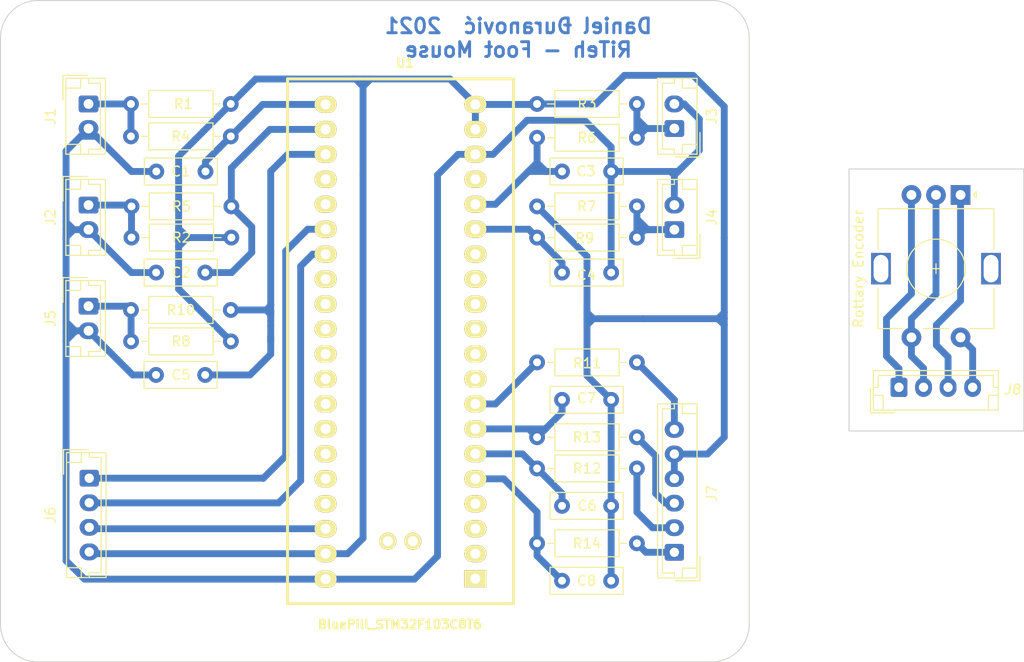
<source format=kicad_pcb>
(kicad_pcb (version 20171130) (host pcbnew "(5.1.10)-1")

  (general
    (thickness 1.6)
    (drawings 14)
    (tracks 261)
    (zones 0)
    (modules 36)
    (nets 52)
  )

  (page A4)
  (layers
    (0 F.Cu signal hide)
    (31 B.Cu signal)
    (32 B.Adhes user hide)
    (33 F.Adhes user hide)
    (34 B.Paste user hide)
    (35 F.Paste user hide)
    (36 B.SilkS user hide)
    (37 F.SilkS user)
    (38 B.Mask user hide)
    (39 F.Mask user hide)
    (40 Dwgs.User user hide)
    (41 Cmts.User user hide)
    (42 Eco1.User user hide)
    (43 Eco2.User user hide)
    (44 Edge.Cuts user)
    (45 Margin user)
    (46 B.CrtYd user)
    (47 F.CrtYd user)
    (48 B.Fab user hide)
    (49 F.Fab user hide)
  )

  (setup
    (last_trace_width 0.25)
    (user_trace_width 0.5)
    (user_trace_width 0.7)
    (trace_clearance 0.2)
    (zone_clearance 0.508)
    (zone_45_only no)
    (trace_min 0.2)
    (via_size 0.8)
    (via_drill 0.4)
    (via_min_size 0.4)
    (via_min_drill 0.3)
    (uvia_size 0.3)
    (uvia_drill 0.1)
    (uvias_allowed no)
    (uvia_min_size 0.2)
    (uvia_min_drill 0.1)
    (edge_width 0.1)
    (segment_width 0.2)
    (pcb_text_width 0.3)
    (pcb_text_size 1.5 1.5)
    (mod_edge_width 0.15)
    (mod_text_size 1 1)
    (mod_text_width 0.15)
    (pad_size 1.524 1.524)
    (pad_drill 0.762)
    (pad_to_mask_clearance 0)
    (aux_axis_origin 0 0)
    (grid_origin 52 52.97)
    (visible_elements 7FFFFFFF)
    (pcbplotparams
      (layerselection 0x01020_fffffffe)
      (usegerberextensions false)
      (usegerberattributes true)
      (usegerberadvancedattributes true)
      (creategerberjobfile true)
      (excludeedgelayer true)
      (linewidth 0.100000)
      (plotframeref true)
      (viasonmask false)
      (mode 1)
      (useauxorigin false)
      (hpglpennumber 1)
      (hpglpenspeed 20)
      (hpglpendiameter 15.000000)
      (psnegative false)
      (psa4output false)
      (plotreference true)
      (plotvalue true)
      (plotinvisibletext false)
      (padsonsilk false)
      (subtractmaskfromsilk false)
      (outputformat 4)
      (mirror true)
      (drillshape 2)
      (scaleselection 1)
      (outputdirectory ""))
  )

  (net 0 "")
  (net 1 +3V3)
  (net 2 UP_SWITCH)
  (net 3 DOWN_SWITCH)
  (net 4 LEFT_SWITCH)
  (net 5 RIGHT_SWITCH)
  (net 6 MOUSE_SWITCH)
  (net 7 ENC_A)
  (net 8 GND)
  (net 9 ENC_B)
  (net 10 ENC_SWITCH)
  (net 11 "Net-(J1-Pad1)")
  (net 12 "Net-(J2-Pad1)")
  (net 13 "Net-(J3-Pad1)")
  (net 14 "Net-(J4-Pad1)")
  (net 15 "Net-(J5-Pad1)")
  (net 16 +5V)
  (net 17 ENC_A_CONN)
  (net 18 ENC_B_CONN)
  (net 19 ENC_SWITCH_CONN)
  (net 20 LED_STATUS_CONN)
  (net 21 ENC_A_CONN2)
  (net 22 ENC_B_CONN2)
  (net 23 ENC_SWITCH_CONN2)
  (net 24 LED_STATUS)
  (net 25 "Net-(U1-Pad1)")
  (net 26 "Net-(U1-Pad2)")
  (net 27 "Net-(U1-Pad3)")
  (net 28 "Net-(U1-Pad9)")
  (net 29 "Net-(U1-Pad10)")
  (net 30 "Net-(U1-Pad11)")
  (net 31 "Net-(U1-Pad12)")
  (net 32 "Net-(U1-Pad13)")
  (net 33 "Net-(U1-Pad14)")
  (net 34 "Net-(U1-Pad17)")
  (net 35 "Net-(U1-Pad24)")
  (net 36 "Net-(U1-Pad25)")
  (net 37 "Net-(U1-Pad28)")
  (net 38 "Net-(U1-Pad29)")
  (net 39 "Net-(U1-Pad30)")
  (net 40 "Net-(U1-Pad31)")
  (net 41 "Net-(U1-Pad32)")
  (net 42 "Net-(U1-Pad33)")
  (net 43 "Net-(U1-Pad34)")
  (net 44 "Net-(U1-Pad35)")
  (net 45 "Net-(U1-Pad36)")
  (net 46 "Net-(U1-Pad37)")
  (net 47 "Net-(U1-Pad41)")
  (net 48 "Net-(U1-Pad42)")
  (net 49 FTDI_TX)
  (net 50 FTDI_RX)
  (net 51 "Net-(U1-Pad4)")

  (net_class Default "This is the default net class."
    (clearance 0.2)
    (trace_width 0.25)
    (via_dia 0.8)
    (via_drill 0.4)
    (uvia_dia 0.3)
    (uvia_drill 0.1)
    (add_net +3V3)
    (add_net +5V)
    (add_net DOWN_SWITCH)
    (add_net ENC_A)
    (add_net ENC_A_CONN)
    (add_net ENC_A_CONN2)
    (add_net ENC_B)
    (add_net ENC_B_CONN)
    (add_net ENC_B_CONN2)
    (add_net ENC_SWITCH)
    (add_net ENC_SWITCH_CONN)
    (add_net ENC_SWITCH_CONN2)
    (add_net FTDI_RX)
    (add_net FTDI_TX)
    (add_net GND)
    (add_net LED_STATUS)
    (add_net LED_STATUS_CONN)
    (add_net LEFT_SWITCH)
    (add_net MOUSE_SWITCH)
    (add_net "Net-(J1-Pad1)")
    (add_net "Net-(J2-Pad1)")
    (add_net "Net-(J3-Pad1)")
    (add_net "Net-(J4-Pad1)")
    (add_net "Net-(J5-Pad1)")
    (add_net "Net-(U1-Pad1)")
    (add_net "Net-(U1-Pad10)")
    (add_net "Net-(U1-Pad11)")
    (add_net "Net-(U1-Pad12)")
    (add_net "Net-(U1-Pad13)")
    (add_net "Net-(U1-Pad14)")
    (add_net "Net-(U1-Pad17)")
    (add_net "Net-(U1-Pad2)")
    (add_net "Net-(U1-Pad24)")
    (add_net "Net-(U1-Pad25)")
    (add_net "Net-(U1-Pad28)")
    (add_net "Net-(U1-Pad29)")
    (add_net "Net-(U1-Pad3)")
    (add_net "Net-(U1-Pad30)")
    (add_net "Net-(U1-Pad31)")
    (add_net "Net-(U1-Pad32)")
    (add_net "Net-(U1-Pad33)")
    (add_net "Net-(U1-Pad34)")
    (add_net "Net-(U1-Pad35)")
    (add_net "Net-(U1-Pad36)")
    (add_net "Net-(U1-Pad37)")
    (add_net "Net-(U1-Pad4)")
    (add_net "Net-(U1-Pad41)")
    (add_net "Net-(U1-Pad42)")
    (add_net "Net-(U1-Pad9)")
    (add_net RIGHT_SWITCH)
    (add_net UP_SWITCH)
  )

  (module MountingHole:MountingHole_3.2mm_M3 (layer F.Cu) (tedit 56D1B4CB) (tstamp 613463EE)
    (at 171.38 132.98)
    (descr "Mounting Hole 3.2mm, no annular, M3")
    (tags "mounting hole 3.2mm no annular m3")
    (attr virtual)
    (fp_text reference REF** (at 0 -4.2) (layer F.SilkS) hide
      (effects (font (size 1 1) (thickness 0.15)))
    )
    (fp_text value MountingHole_3.2mm_M3 (at 0 4.2) (layer F.Fab) hide
      (effects (font (size 1 1) (thickness 0.15)))
    )
    (fp_circle (center 0 0) (end 3.45 0) (layer F.CrtYd) (width 0.05))
    (fp_circle (center 0 0) (end 3.2 0) (layer Cmts.User) (width 0.15))
    (fp_text user %R (at 0.3 0) (layer F.Fab) hide
      (effects (font (size 1 1) (thickness 0.15)))
    )
    (pad 1 np_thru_hole circle (at 0 0) (size 3.2 3.2) (drill 3.2) (layers *.Cu *.Mask))
  )

  (module MountingHole:MountingHole_3.2mm_M3 (layer F.Cu) (tedit 56D1B4CB) (tstamp 6134639C)
    (at 171.38 73.29)
    (descr "Mounting Hole 3.2mm, no annular, M3")
    (tags "mounting hole 3.2mm no annular m3")
    (attr virtual)
    (fp_text reference REF** (at 0 -4.2) (layer F.SilkS) hide
      (effects (font (size 1 1) (thickness 0.15)))
    )
    (fp_text value MountingHole_3.2mm_M3 (at 0 4.2) (layer F.Fab) hide
      (effects (font (size 1 1) (thickness 0.15)))
    )
    (fp_circle (center 0 0) (end 3.45 0) (layer F.CrtYd) (width 0.05))
    (fp_circle (center 0 0) (end 3.2 0) (layer Cmts.User) (width 0.15))
    (fp_text user %R (at 0.3 0) (layer F.Fab) hide
      (effects (font (size 1 1) (thickness 0.15)))
    )
    (pad 1 np_thru_hole circle (at 0 0) (size 3.2 3.2) (drill 3.2) (layers *.Cu *.Mask))
  )

  (module MountingHole:MountingHole_3.2mm_M3 (layer F.Cu) (tedit 56D1B4CB) (tstamp 61346376)
    (at 102.8 132.98)
    (descr "Mounting Hole 3.2mm, no annular, M3")
    (tags "mounting hole 3.2mm no annular m3")
    (attr virtual)
    (fp_text reference REF** (at 0 -4.2) (layer F.SilkS) hide
      (effects (font (size 1 1) (thickness 0.15)))
    )
    (fp_text value MountingHole_3.2mm_M3 (at 0 4.2) (layer F.Fab) hide
      (effects (font (size 1 1) (thickness 0.15)))
    )
    (fp_circle (center 0 0) (end 3.45 0) (layer F.CrtYd) (width 0.05))
    (fp_circle (center 0 0) (end 3.2 0) (layer Cmts.User) (width 0.15))
    (fp_text user %R (at 0.3 0) (layer F.Fab) hide
      (effects (font (size 1 1) (thickness 0.15)))
    )
    (pad 1 np_thru_hole circle (at 0 0) (size 3.2 3.2) (drill 3.2) (layers *.Cu *.Mask))
  )

  (module MountingHole:MountingHole_3.2mm_M3 (layer F.Cu) (tedit 56D1B4CB) (tstamp 613462E7)
    (at 102.8 73.29)
    (descr "Mounting Hole 3.2mm, no annular, M3")
    (tags "mounting hole 3.2mm no annular m3")
    (attr virtual)
    (fp_text reference REF** (at 0 -4.2) (layer F.SilkS) hide
      (effects (font (size 1 1) (thickness 0.15)))
    )
    (fp_text value MountingHole_3.2mm_M3 (at 0 4.2) (layer F.Fab) hide
      (effects (font (size 1 1) (thickness 0.15)))
    )
    (fp_circle (center 0 0) (end 3.45 0) (layer F.CrtYd) (width 0.05))
    (fp_circle (center 0 0) (end 3.2 0) (layer Cmts.User) (width 0.15))
    (fp_text user %R (at 0.3 0) (layer F.Fab) hide
      (effects (font (size 1 1) (thickness 0.15)))
    )
    (pad 1 np_thru_hole circle (at 0 0) (size 3.2 3.2) (drill 3.2) (layers *.Cu *.Mask))
  )

  (module Connector_JST:JST_EH_B2B-EH-A_1x02_P2.50mm_Vertical (layer F.Cu) (tedit 5C28142C) (tstamp 61338EDC)
    (at 107.95 90.3025 270)
    (descr "JST EH series connector, B2B-EH-A (http://www.jst-mfg.com/product/pdf/eng/eEH.pdf), generated with kicad-footprint-generator")
    (tags "connector JST EH vertical")
    (path /61334104)
    (fp_text reference J2 (at 1.25 3.88 90) (layer F.SilkS)
      (effects (font (size 1 1) (thickness 0.15)))
    )
    (fp_text value DOWN_SWITCH (at 1.25 3.4 90) (layer F.Fab) hide
      (effects (font (size 1 1) (thickness 0.15)))
    )
    (fp_line (start -2.5 -1.6) (end -2.5 2.2) (layer F.Fab) (width 0.1))
    (fp_line (start -2.5 2.2) (end 5 2.2) (layer F.Fab) (width 0.1))
    (fp_line (start 5 2.2) (end 5 -1.6) (layer F.Fab) (width 0.1))
    (fp_line (start 5 -1.6) (end -2.5 -1.6) (layer F.Fab) (width 0.1))
    (fp_line (start -3 -2.1) (end -3 2.7) (layer F.CrtYd) (width 0.05))
    (fp_line (start -3 2.7) (end 5.5 2.7) (layer F.CrtYd) (width 0.05))
    (fp_line (start 5.5 2.7) (end 5.5 -2.1) (layer F.CrtYd) (width 0.05))
    (fp_line (start 5.5 -2.1) (end -3 -2.1) (layer F.CrtYd) (width 0.05))
    (fp_line (start -2.61 -1.71) (end -2.61 2.31) (layer F.SilkS) (width 0.12))
    (fp_line (start -2.61 2.31) (end 5.11 2.31) (layer F.SilkS) (width 0.12))
    (fp_line (start 5.11 2.31) (end 5.11 -1.71) (layer F.SilkS) (width 0.12))
    (fp_line (start 5.11 -1.71) (end -2.61 -1.71) (layer F.SilkS) (width 0.12))
    (fp_line (start -2.61 0) (end -2.11 0) (layer F.SilkS) (width 0.12))
    (fp_line (start -2.11 0) (end -2.11 -1.21) (layer F.SilkS) (width 0.12))
    (fp_line (start -2.11 -1.21) (end 4.61 -1.21) (layer F.SilkS) (width 0.12))
    (fp_line (start 4.61 -1.21) (end 4.61 0) (layer F.SilkS) (width 0.12))
    (fp_line (start 4.61 0) (end 5.11 0) (layer F.SilkS) (width 0.12))
    (fp_line (start -2.61 0.81) (end -1.61 0.81) (layer F.SilkS) (width 0.12))
    (fp_line (start -1.61 0.81) (end -1.61 2.31) (layer F.SilkS) (width 0.12))
    (fp_line (start 5.11 0.81) (end 4.11 0.81) (layer F.SilkS) (width 0.12))
    (fp_line (start 4.11 0.81) (end 4.11 2.31) (layer F.SilkS) (width 0.12))
    (fp_line (start -2.91 0.11) (end -2.91 2.61) (layer F.SilkS) (width 0.12))
    (fp_line (start -2.91 2.61) (end -0.41 2.61) (layer F.SilkS) (width 0.12))
    (fp_line (start -2.91 0.11) (end -2.91 2.61) (layer F.Fab) (width 0.1))
    (fp_line (start -2.91 2.61) (end -0.41 2.61) (layer F.Fab) (width 0.1))
    (fp_text user %R (at 1.25 1.5 90) (layer F.Fab) hide
      (effects (font (size 1 1) (thickness 0.15)))
    )
    (pad 1 thru_hole roundrect (at 0 0 270) (size 1.7 2) (drill 1) (layers *.Cu *.Mask) (roundrect_rratio 0.1470588235294118)
      (net 12 "Net-(J2-Pad1)"))
    (pad 2 thru_hole oval (at 2.5 0 270) (size 1.7 2) (drill 1) (layers *.Cu *.Mask)
      (net 1 +3V3))
    (model ${KISYS3DMOD}/Connector_JST.3dshapes/JST_EH_B2B-EH-A_1x02_P2.50mm_Vertical.wrl
      (at (xyz 0 0 0))
      (scale (xyz 1 1 1))
      (rotate (xyz 0 0 0))
    )
  )

  (module BluePill_breakouts:BluePill_STM32F103C (layer F.Cu) (tedit 59B4EF3F) (tstamp 6133AB6F)
    (at 147.32 128.27 180)
    (descr "STM32F103C8 BluePill board")
    (path /613308E3)
    (fp_text reference U1 (at 7.1628 52.44 180) (layer F.SilkS)
      (effects (font (size 0.889 0.889) (thickness 0.3048)))
    )
    (fp_text value BluePill_STM32F103C8T6 (at 7.69 -4.71) (layer F.SilkS)
      (effects (font (size 0.889 0.889) (thickness 0.22225)))
    )
    (fp_line (start 19.12 -2.59) (end 19.12 50.81) (layer F.SilkS) (width 0.3048))
    (fp_line (start 19.12 50.81) (end -3.88 50.81) (layer F.SilkS) (width 0.3048))
    (fp_line (start -3.88 50.81) (end -3.88 -2.59) (layer F.SilkS) (width 0.3048))
    (fp_line (start -3.88 -2.59) (end 19.12 -2.59) (layer F.SilkS) (width 0.3048))
    (pad 1 thru_hole rect (at 0 -0.0508 90) (size 1.7272 2.25) (drill 1.016) (layers *.Cu *.Mask F.SilkS)
      (net 25 "Net-(U1-Pad1)"))
    (pad 2 thru_hole oval (at 0 2.4892 90) (size 1.7272 2.25) (drill 1.016) (layers *.Cu *.Mask F.SilkS)
      (net 26 "Net-(U1-Pad2)"))
    (pad 3 thru_hole oval (at 0 5.0292 90) (size 1.7272 2.25) (drill 1.016) (layers *.Cu *.Mask F.SilkS)
      (net 27 "Net-(U1-Pad3)"))
    (pad 4 thru_hole oval (at 0 7.5692 90) (size 1.7272 2.25) (drill 1.016) (layers *.Cu *.Mask F.SilkS)
      (net 51 "Net-(U1-Pad4)"))
    (pad 5 thru_hole oval (at 0 10.1092 90) (size 1.7272 2.25) (drill 1.016) (layers *.Cu *.Mask F.SilkS)
      (net 10 ENC_SWITCH))
    (pad 6 thru_hole oval (at 0 12.6492 90) (size 1.7272 2.25) (drill 1.016) (layers *.Cu *.Mask F.SilkS)
      (net 7 ENC_A))
    (pad 7 thru_hole oval (at 0 15.1892 90) (size 1.7272 2.25) (drill 1.016) (layers *.Cu *.Mask F.SilkS)
      (net 9 ENC_B))
    (pad 8 thru_hole oval (at 0 17.7292 90) (size 1.7272 2.25) (drill 1.016) (layers *.Cu *.Mask F.SilkS)
      (net 24 LED_STATUS))
    (pad 9 thru_hole oval (at 0 20.2692 90) (size 1.7272 2.25) (drill 1.016) (layers *.Cu *.Mask F.SilkS)
      (net 28 "Net-(U1-Pad9)"))
    (pad 10 thru_hole oval (at 0 22.8092 90) (size 1.7272 2.25) (drill 1.016) (layers *.Cu *.Mask F.SilkS)
      (net 29 "Net-(U1-Pad10)"))
    (pad 11 thru_hole oval (at 0 25.3492 90) (size 1.7272 2.25) (drill 1.016) (layers *.Cu *.Mask F.SilkS)
      (net 30 "Net-(U1-Pad11)"))
    (pad 12 thru_hole oval (at 0 27.8892 90) (size 1.7272 2.25) (drill 1.016) (layers *.Cu *.Mask F.SilkS)
      (net 31 "Net-(U1-Pad12)"))
    (pad 13 thru_hole oval (at 0 30.4292 90) (size 1.7272 2.25) (drill 1.016) (layers *.Cu *.Mask F.SilkS)
      (net 32 "Net-(U1-Pad13)"))
    (pad 14 thru_hole oval (at 0 32.9692 90) (size 1.7272 2.25) (drill 1.016) (layers *.Cu *.Mask F.SilkS)
      (net 33 "Net-(U1-Pad14)"))
    (pad 15 thru_hole oval (at 0 35.5092 90) (size 1.7272 2.25) (drill 1.016) (layers *.Cu *.Mask F.SilkS)
      (net 5 RIGHT_SWITCH))
    (pad 16 thru_hole oval (at 0 38.0492 90) (size 1.7272 2.25) (drill 1.016) (layers *.Cu *.Mask F.SilkS)
      (net 4 LEFT_SWITCH))
    (pad 17 thru_hole oval (at 0 40.5892 90) (size 1.7272 2.25) (drill 1.016) (layers *.Cu *.Mask F.SilkS)
      (net 34 "Net-(U1-Pad17)"))
    (pad 18 thru_hole oval (at 0 43.1292 90) (size 1.7272 2.25) (drill 1.016) (layers *.Cu *.Mask F.SilkS)
      (net 1 +3V3))
    (pad 19 thru_hole oval (at 0 45.6692 90) (size 1.7272 2.25) (drill 1.016) (layers *.Cu *.Mask F.SilkS)
      (net 8 GND))
    (pad 20 thru_hole oval (at 0 48.2092 90) (size 1.7272 2.25) (drill 1.016) (layers *.Cu *.Mask F.SilkS)
      (net 8 GND))
    (pad 21 thru_hole oval (at 15.24 48.2092 270) (size 1.7272 2.25) (drill 1.016) (layers *.Cu *.Mask F.SilkS)
      (net 2 UP_SWITCH))
    (pad 22 thru_hole oval (at 15.24 45.6692 270) (size 1.7272 2.25) (drill 1.016) (layers *.Cu *.Mask F.SilkS)
      (net 3 DOWN_SWITCH))
    (pad 23 thru_hole oval (at 15.24 43.1292 270) (size 1.7272 2.25) (drill 1.016) (layers *.Cu *.Mask F.SilkS)
      (net 6 MOUSE_SWITCH))
    (pad 24 thru_hole oval (at 15.24 40.5892 270) (size 1.7272 2.25) (drill 1.016) (layers *.Cu *.Mask F.SilkS)
      (net 35 "Net-(U1-Pad24)"))
    (pad 25 thru_hole oval (at 15.24 38.0492 270) (size 1.7272 2.25) (drill 1.016) (layers *.Cu *.Mask F.SilkS)
      (net 36 "Net-(U1-Pad25)"))
    (pad 26 thru_hole oval (at 15.24 35.5092 270) (size 1.7272 2.25) (drill 1.016) (layers *.Cu *.Mask F.SilkS)
      (net 50 FTDI_RX))
    (pad 27 thru_hole oval (at 15.24 32.9692 270) (size 1.7272 2.25) (drill 1.016) (layers *.Cu *.Mask F.SilkS)
      (net 49 FTDI_TX))
    (pad 28 thru_hole oval (at 15.24 30.4292 270) (size 1.7272 2.25) (drill 1.016) (layers *.Cu *.Mask F.SilkS)
      (net 37 "Net-(U1-Pad28)"))
    (pad 29 thru_hole oval (at 15.24 27.8892 270) (size 1.7272 2.25) (drill 1.016) (layers *.Cu *.Mask F.SilkS)
      (net 38 "Net-(U1-Pad29)"))
    (pad 30 thru_hole oval (at 15.24 25.3492 270) (size 1.7272 2.25) (drill 1.016) (layers *.Cu *.Mask F.SilkS)
      (net 39 "Net-(U1-Pad30)"))
    (pad 31 thru_hole oval (at 15.24 22.8092 270) (size 1.7272 2.25) (drill 1.016) (layers *.Cu *.Mask F.SilkS)
      (net 40 "Net-(U1-Pad31)"))
    (pad 32 thru_hole oval (at 15.24 20.2692 270) (size 1.7272 2.25) (drill 1.016) (layers *.Cu *.Mask F.SilkS)
      (net 41 "Net-(U1-Pad32)"))
    (pad 33 thru_hole oval (at 15.24 17.7292 270) (size 1.7272 2.25) (drill 1.016) (layers *.Cu *.Mask F.SilkS)
      (net 42 "Net-(U1-Pad33)"))
    (pad 34 thru_hole oval (at 15.24 15.1892 270) (size 1.7272 2.25) (drill 1.016) (layers *.Cu *.Mask F.SilkS)
      (net 43 "Net-(U1-Pad34)"))
    (pad 35 thru_hole oval (at 15.24 12.6492 270) (size 1.7272 2.25) (drill 1.016) (layers *.Cu *.Mask F.SilkS)
      (net 44 "Net-(U1-Pad35)"))
    (pad 36 thru_hole oval (at 15.24 10.1092 270) (size 1.7272 2.25) (drill 1.016) (layers *.Cu *.Mask F.SilkS)
      (net 45 "Net-(U1-Pad36)"))
    (pad 37 thru_hole oval (at 15.24 7.5692 270) (size 1.7272 2.25) (drill 1.016) (layers *.Cu *.Mask F.SilkS)
      (net 46 "Net-(U1-Pad37)"))
    (pad 38 thru_hole oval (at 15.24 5.0292 270) (size 1.7272 2.25) (drill 1.016) (layers *.Cu *.Mask F.SilkS)
      (net 16 +5V))
    (pad 39 thru_hole oval (at 15.24 2.4892 270) (size 1.7272 2.25) (drill 1.016) (layers *.Cu *.Mask F.SilkS)
      (net 8 GND))
    (pad 40 thru_hole oval (at 15.24 -0.1016 270) (size 1.7272 2.25) (drill 1.016) (layers *.Cu *.Mask F.SilkS)
      (net 1 +3V3))
    (pad 41 thru_hole oval (at 8.9 3.7592 270) (size 1.7272 1.7272) (drill 1.016) (layers *.Cu *.Mask F.SilkS)
      (net 47 "Net-(U1-Pad41)"))
    (pad 42 thru_hole oval (at 6.36 3.7592 270) (size 1.7272 1.7272) (drill 1.016) (layers *.Cu *.Mask F.SilkS)
      (net 48 "Net-(U1-Pad42)"))
  )

  (module Capacitor_THT:C_Rect_L7.2mm_W2.5mm_P5.00mm_FKS2_FKP2_MKS2_MKP2 (layer F.Cu) (tedit 5AE50EF0) (tstamp 6133C4C4)
    (at 114.85 86.88)
    (descr "C, Rect series, Radial, pin pitch=5.00mm, , length*width=7.2*2.5mm^2, Capacitor, http://www.wima.com/EN/WIMA_FKS_2.pdf")
    (tags "C Rect series Radial pin pitch 5.00mm  length 7.2mm width 2.5mm Capacitor")
    (path /61337269)
    (fp_text reference C1 (at 2.5 0) (layer F.SilkS)
      (effects (font (size 1 1) (thickness 0.15)))
    )
    (fp_text value 100n (at 2.5 2.5) (layer F.Fab) hide
      (effects (font (size 1 1) (thickness 0.15)))
    )
    (fp_line (start -1.1 -1.25) (end -1.1 1.25) (layer F.Fab) (width 0.1))
    (fp_line (start -1.1 1.25) (end 6.1 1.25) (layer F.Fab) (width 0.1))
    (fp_line (start 6.1 1.25) (end 6.1 -1.25) (layer F.Fab) (width 0.1))
    (fp_line (start 6.1 -1.25) (end -1.1 -1.25) (layer F.Fab) (width 0.1))
    (fp_line (start -1.22 -1.37) (end 6.22 -1.37) (layer F.SilkS) (width 0.12))
    (fp_line (start -1.22 1.37) (end 6.22 1.37) (layer F.SilkS) (width 0.12))
    (fp_line (start -1.22 -1.37) (end -1.22 1.37) (layer F.SilkS) (width 0.12))
    (fp_line (start 6.22 -1.37) (end 6.22 1.37) (layer F.SilkS) (width 0.12))
    (fp_line (start -1.35 -1.5) (end -1.35 1.5) (layer F.CrtYd) (width 0.05))
    (fp_line (start -1.35 1.5) (end 6.35 1.5) (layer F.CrtYd) (width 0.05))
    (fp_line (start 6.35 1.5) (end 6.35 -1.5) (layer F.CrtYd) (width 0.05))
    (fp_line (start 6.35 -1.5) (end -1.35 -1.5) (layer F.CrtYd) (width 0.05))
    (fp_text user %R (at 2.5 0) (layer F.Fab) hide
      (effects (font (size 1 1) (thickness 0.15)))
    )
    (pad 1 thru_hole circle (at 0 0) (size 1.6 1.6) (drill 0.8) (layers *.Cu *.Mask)
      (net 1 +3V3))
    (pad 2 thru_hole circle (at 5 0) (size 1.6 1.6) (drill 0.8) (layers *.Cu *.Mask)
      (net 2 UP_SWITCH))
    (model ${KISYS3DMOD}/Capacitor_THT.3dshapes/C_Rect_L7.2mm_W2.5mm_P5.00mm_FKS2_FKP2_MKS2_MKP2.wrl
      (at (xyz 0 0 0))
      (scale (xyz 1 1 1))
      (rotate (xyz 0 0 0))
    )
  )

  (module Capacitor_THT:C_Rect_L7.2mm_W2.5mm_P5.00mm_FKS2_FKP2_MKS2_MKP2 (layer F.Cu) (tedit 5AE50EF0) (tstamp 61338A89)
    (at 114.83 97.17)
    (descr "C, Rect series, Radial, pin pitch=5.00mm, , length*width=7.2*2.5mm^2, Capacitor, http://www.wima.com/EN/WIMA_FKS_2.pdf")
    (tags "C Rect series Radial pin pitch 5.00mm  length 7.2mm width 2.5mm Capacitor")
    (path /613CE115)
    (fp_text reference C2 (at 2.54 0) (layer F.SilkS)
      (effects (font (size 1 1) (thickness 0.15)))
    )
    (fp_text value 100n (at 2.5 2.5) (layer F.Fab) hide
      (effects (font (size 1 1) (thickness 0.15)))
    )
    (fp_line (start -1.1 -1.25) (end -1.1 1.25) (layer F.Fab) (width 0.1))
    (fp_line (start -1.1 1.25) (end 6.1 1.25) (layer F.Fab) (width 0.1))
    (fp_line (start 6.1 1.25) (end 6.1 -1.25) (layer F.Fab) (width 0.1))
    (fp_line (start 6.1 -1.25) (end -1.1 -1.25) (layer F.Fab) (width 0.1))
    (fp_line (start -1.22 -1.37) (end 6.22 -1.37) (layer F.SilkS) (width 0.12))
    (fp_line (start -1.22 1.37) (end 6.22 1.37) (layer F.SilkS) (width 0.12))
    (fp_line (start -1.22 -1.37) (end -1.22 1.37) (layer F.SilkS) (width 0.12))
    (fp_line (start 6.22 -1.37) (end 6.22 1.37) (layer F.SilkS) (width 0.12))
    (fp_line (start -1.35 -1.5) (end -1.35 1.5) (layer F.CrtYd) (width 0.05))
    (fp_line (start -1.35 1.5) (end 6.35 1.5) (layer F.CrtYd) (width 0.05))
    (fp_line (start 6.35 1.5) (end 6.35 -1.5) (layer F.CrtYd) (width 0.05))
    (fp_line (start 6.35 -1.5) (end -1.35 -1.5) (layer F.CrtYd) (width 0.05))
    (fp_text user %R (at 2.5 0) (layer F.Fab) hide
      (effects (font (size 1 1) (thickness 0.15)))
    )
    (pad 1 thru_hole circle (at 0 0) (size 1.6 1.6) (drill 0.8) (layers *.Cu *.Mask)
      (net 1 +3V3))
    (pad 2 thru_hole circle (at 5 0) (size 1.6 1.6) (drill 0.8) (layers *.Cu *.Mask)
      (net 3 DOWN_SWITCH))
    (model ${KISYS3DMOD}/Capacitor_THT.3dshapes/C_Rect_L7.2mm_W2.5mm_P5.00mm_FKS2_FKP2_MKS2_MKP2.wrl
      (at (xyz 0 0 0))
      (scale (xyz 1 1 1))
      (rotate (xyz 0 0 0))
    )
  )

  (module Capacitor_THT:C_Rect_L7.2mm_W2.5mm_P5.00mm_FKS2_FKP2_MKS2_MKP2 (layer F.Cu) (tedit 5AE50EF0) (tstamp 61338D0B)
    (at 161.14 86.88 180)
    (descr "C, Rect series, Radial, pin pitch=5.00mm, , length*width=7.2*2.5mm^2, Capacitor, http://www.wima.com/EN/WIMA_FKS_2.pdf")
    (tags "C Rect series Radial pin pitch 5.00mm  length 7.2mm width 2.5mm Capacitor")
    (path /613D144C)
    (fp_text reference C3 (at 2.55 0.03) (layer F.SilkS)
      (effects (font (size 1 1) (thickness 0.15)))
    )
    (fp_text value 100n (at 2.5 2.5) (layer F.Fab) hide
      (effects (font (size 1 1) (thickness 0.15)))
    )
    (fp_line (start 6.35 -1.5) (end -1.35 -1.5) (layer F.CrtYd) (width 0.05))
    (fp_line (start 6.35 1.5) (end 6.35 -1.5) (layer F.CrtYd) (width 0.05))
    (fp_line (start -1.35 1.5) (end 6.35 1.5) (layer F.CrtYd) (width 0.05))
    (fp_line (start -1.35 -1.5) (end -1.35 1.5) (layer F.CrtYd) (width 0.05))
    (fp_line (start 6.22 -1.37) (end 6.22 1.37) (layer F.SilkS) (width 0.12))
    (fp_line (start -1.22 -1.37) (end -1.22 1.37) (layer F.SilkS) (width 0.12))
    (fp_line (start -1.22 1.37) (end 6.22 1.37) (layer F.SilkS) (width 0.12))
    (fp_line (start -1.22 -1.37) (end 6.22 -1.37) (layer F.SilkS) (width 0.12))
    (fp_line (start 6.1 -1.25) (end -1.1 -1.25) (layer F.Fab) (width 0.1))
    (fp_line (start 6.1 1.25) (end 6.1 -1.25) (layer F.Fab) (width 0.1))
    (fp_line (start -1.1 1.25) (end 6.1 1.25) (layer F.Fab) (width 0.1))
    (fp_line (start -1.1 -1.25) (end -1.1 1.25) (layer F.Fab) (width 0.1))
    (fp_text user %R (at 2.5 0) (layer F.Fab) hide
      (effects (font (size 1 1) (thickness 0.15)))
    )
    (pad 2 thru_hole circle (at 5 0 180) (size 1.6 1.6) (drill 0.8) (layers *.Cu *.Mask)
      (net 4 LEFT_SWITCH))
    (pad 1 thru_hole circle (at 0 0 180) (size 1.6 1.6) (drill 0.8) (layers *.Cu *.Mask)
      (net 1 +3V3))
    (model ${KISYS3DMOD}/Capacitor_THT.3dshapes/C_Rect_L7.2mm_W2.5mm_P5.00mm_FKS2_FKP2_MKS2_MKP2.wrl
      (at (xyz 0 0 0))
      (scale (xyz 1 1 1))
      (rotate (xyz 0 0 0))
    )
  )

  (module Capacitor_THT:C_Rect_L7.2mm_W2.5mm_P5.00mm_FKS2_FKP2_MKS2_MKP2 (layer F.Cu) (tedit 5AE50EF0) (tstamp 61338CD5)
    (at 161.14 97.17 180)
    (descr "C, Rect series, Radial, pin pitch=5.00mm, , length*width=7.2*2.5mm^2, Capacitor, http://www.wima.com/EN/WIMA_FKS_2.pdf")
    (tags "C Rect series Radial pin pitch 5.00mm  length 7.2mm width 2.5mm Capacitor")
    (path /613D59E5)
    (fp_text reference C4 (at 2.5 -0.25) (layer F.SilkS)
      (effects (font (size 1 1) (thickness 0.15)))
    )
    (fp_text value 100n (at 2.5 2.5) (layer F.Fab) hide
      (effects (font (size 1 1) (thickness 0.15)))
    )
    (fp_line (start -1.1 -1.25) (end -1.1 1.25) (layer F.Fab) (width 0.1))
    (fp_line (start -1.1 1.25) (end 6.1 1.25) (layer F.Fab) (width 0.1))
    (fp_line (start 6.1 1.25) (end 6.1 -1.25) (layer F.Fab) (width 0.1))
    (fp_line (start 6.1 -1.25) (end -1.1 -1.25) (layer F.Fab) (width 0.1))
    (fp_line (start -1.22 -1.37) (end 6.22 -1.37) (layer F.SilkS) (width 0.12))
    (fp_line (start -1.22 1.37) (end 6.22 1.37) (layer F.SilkS) (width 0.12))
    (fp_line (start -1.22 -1.37) (end -1.22 1.37) (layer F.SilkS) (width 0.12))
    (fp_line (start 6.22 -1.37) (end 6.22 1.37) (layer F.SilkS) (width 0.12))
    (fp_line (start -1.35 -1.5) (end -1.35 1.5) (layer F.CrtYd) (width 0.05))
    (fp_line (start -1.35 1.5) (end 6.35 1.5) (layer F.CrtYd) (width 0.05))
    (fp_line (start 6.35 1.5) (end 6.35 -1.5) (layer F.CrtYd) (width 0.05))
    (fp_line (start 6.35 -1.5) (end -1.35 -1.5) (layer F.CrtYd) (width 0.05))
    (fp_text user %R (at 2.5 0) (layer F.Fab) hide
      (effects (font (size 1 1) (thickness 0.15)))
    )
    (pad 1 thru_hole circle (at 0 0 180) (size 1.6 1.6) (drill 0.8) (layers *.Cu *.Mask)
      (net 1 +3V3))
    (pad 2 thru_hole circle (at 5 0 180) (size 1.6 1.6) (drill 0.8) (layers *.Cu *.Mask)
      (net 5 RIGHT_SWITCH))
    (model ${KISYS3DMOD}/Capacitor_THT.3dshapes/C_Rect_L7.2mm_W2.5mm_P5.00mm_FKS2_FKP2_MKS2_MKP2.wrl
      (at (xyz 0 0 0))
      (scale (xyz 1 1 1))
      (rotate (xyz 0 0 0))
    )
  )

  (module Capacitor_THT:C_Rect_L7.2mm_W2.5mm_P5.00mm_FKS2_FKP2_MKS2_MKP2 (layer F.Cu) (tedit 5AE50EF0) (tstamp 61338C9F)
    (at 114.82 107.59)
    (descr "C, Rect series, Radial, pin pitch=5.00mm, , length*width=7.2*2.5mm^2, Capacitor, http://www.wima.com/EN/WIMA_FKS_2.pdf")
    (tags "C Rect series Radial pin pitch 5.00mm  length 7.2mm width 2.5mm Capacitor")
    (path /613D8268)
    (fp_text reference C5 (at 2.54 0) (layer F.SilkS)
      (effects (font (size 1 1) (thickness 0.15)))
    )
    (fp_text value 100n (at 2.5 2.5) (layer F.Fab) hide
      (effects (font (size 1 1) (thickness 0.15)))
    )
    (fp_line (start 6.35 -1.5) (end -1.35 -1.5) (layer F.CrtYd) (width 0.05))
    (fp_line (start 6.35 1.5) (end 6.35 -1.5) (layer F.CrtYd) (width 0.05))
    (fp_line (start -1.35 1.5) (end 6.35 1.5) (layer F.CrtYd) (width 0.05))
    (fp_line (start -1.35 -1.5) (end -1.35 1.5) (layer F.CrtYd) (width 0.05))
    (fp_line (start 6.22 -1.37) (end 6.22 1.37) (layer F.SilkS) (width 0.12))
    (fp_line (start -1.22 -1.37) (end -1.22 1.37) (layer F.SilkS) (width 0.12))
    (fp_line (start -1.22 1.37) (end 6.22 1.37) (layer F.SilkS) (width 0.12))
    (fp_line (start -1.22 -1.37) (end 6.22 -1.37) (layer F.SilkS) (width 0.12))
    (fp_line (start 6.1 -1.25) (end -1.1 -1.25) (layer F.Fab) (width 0.1))
    (fp_line (start 6.1 1.25) (end 6.1 -1.25) (layer F.Fab) (width 0.1))
    (fp_line (start -1.1 1.25) (end 6.1 1.25) (layer F.Fab) (width 0.1))
    (fp_line (start -1.1 -1.25) (end -1.1 1.25) (layer F.Fab) (width 0.1))
    (fp_text user %R (at 2.5 0) (layer F.Fab) hide
      (effects (font (size 1 1) (thickness 0.15)))
    )
    (pad 2 thru_hole circle (at 5 0) (size 1.6 1.6) (drill 0.8) (layers *.Cu *.Mask)
      (net 6 MOUSE_SWITCH))
    (pad 1 thru_hole circle (at 0 0) (size 1.6 1.6) (drill 0.8) (layers *.Cu *.Mask)
      (net 1 +3V3))
    (model ${KISYS3DMOD}/Capacitor_THT.3dshapes/C_Rect_L7.2mm_W2.5mm_P5.00mm_FKS2_FKP2_MKS2_MKP2.wrl
      (at (xyz 0 0 0))
      (scale (xyz 1 1 1))
      (rotate (xyz 0 0 0))
    )
  )

  (module Capacitor_THT:C_Rect_L7.2mm_W2.5mm_P5.00mm_FKS2_FKP2_MKS2_MKP2 (layer F.Cu) (tedit 5AE50EF0) (tstamp 61338C69)
    (at 156.14 120.915)
    (descr "C, Rect series, Radial, pin pitch=5.00mm, , length*width=7.2*2.5mm^2, Capacitor, http://www.wima.com/EN/WIMA_FKS_2.pdf")
    (tags "C Rect series Radial pin pitch 5.00mm  length 7.2mm width 2.5mm Capacitor")
    (path /613B4D34)
    (fp_text reference C6 (at 2.550599 -0.020201) (layer F.SilkS)
      (effects (font (size 1 1) (thickness 0.15)))
    )
    (fp_text value 100n (at 2.5 2.5) (layer F.Fab) hide
      (effects (font (size 1 1) (thickness 0.15)))
    )
    (fp_line (start -1.1 -1.25) (end -1.1 1.25) (layer F.Fab) (width 0.1))
    (fp_line (start -1.1 1.25) (end 6.1 1.25) (layer F.Fab) (width 0.1))
    (fp_line (start 6.1 1.25) (end 6.1 -1.25) (layer F.Fab) (width 0.1))
    (fp_line (start 6.1 -1.25) (end -1.1 -1.25) (layer F.Fab) (width 0.1))
    (fp_line (start -1.22 -1.37) (end 6.22 -1.37) (layer F.SilkS) (width 0.12))
    (fp_line (start -1.22 1.37) (end 6.22 1.37) (layer F.SilkS) (width 0.12))
    (fp_line (start -1.22 -1.37) (end -1.22 1.37) (layer F.SilkS) (width 0.12))
    (fp_line (start 6.22 -1.37) (end 6.22 1.37) (layer F.SilkS) (width 0.12))
    (fp_line (start -1.35 -1.5) (end -1.35 1.5) (layer F.CrtYd) (width 0.05))
    (fp_line (start -1.35 1.5) (end 6.35 1.5) (layer F.CrtYd) (width 0.05))
    (fp_line (start 6.35 1.5) (end 6.35 -1.5) (layer F.CrtYd) (width 0.05))
    (fp_line (start 6.35 -1.5) (end -1.35 -1.5) (layer F.CrtYd) (width 0.05))
    (fp_text user %R (at 2.5 0) (layer F.Fab) hide
      (effects (font (size 1 1) (thickness 0.15)))
    )
    (pad 1 thru_hole circle (at 0 0) (size 1.6 1.6) (drill 0.8) (layers *.Cu *.Mask)
      (net 7 ENC_A))
    (pad 2 thru_hole circle (at 5 0) (size 1.6 1.6) (drill 0.8) (layers *.Cu *.Mask)
      (net 8 GND))
    (model ${KISYS3DMOD}/Capacitor_THT.3dshapes/C_Rect_L7.2mm_W2.5mm_P5.00mm_FKS2_FKP2_MKS2_MKP2.wrl
      (at (xyz 0 0 0))
      (scale (xyz 1 1 1))
      (rotate (xyz 0 0 0))
    )
  )

  (module Capacitor_THT:C_Rect_L7.2mm_W2.5mm_P5.00mm_FKS2_FKP2_MKS2_MKP2 (layer F.Cu) (tedit 5AE50EF0) (tstamp 6133E1DD)
    (at 156.14 110.12)
    (descr "C, Rect series, Radial, pin pitch=5.00mm, , length*width=7.2*2.5mm^2, Capacitor, http://www.wima.com/EN/WIMA_FKS_2.pdf")
    (tags "C Rect series Radial pin pitch 5.00mm  length 7.2mm width 2.5mm Capacitor")
    (path /6136AA37)
    (fp_text reference C7 (at 2.5 -0.170001) (layer F.SilkS)
      (effects (font (size 1 1) (thickness 0.15)))
    )
    (fp_text value 100n (at 2.5 2.5) (layer F.Fab) hide
      (effects (font (size 1 1) (thickness 0.15)))
    )
    (fp_line (start 6.35 -1.5) (end -1.35 -1.5) (layer F.CrtYd) (width 0.05))
    (fp_line (start 6.35 1.5) (end 6.35 -1.5) (layer F.CrtYd) (width 0.05))
    (fp_line (start -1.35 1.5) (end 6.35 1.5) (layer F.CrtYd) (width 0.05))
    (fp_line (start -1.35 -1.5) (end -1.35 1.5) (layer F.CrtYd) (width 0.05))
    (fp_line (start 6.22 -1.37) (end 6.22 1.37) (layer F.SilkS) (width 0.12))
    (fp_line (start -1.22 -1.37) (end -1.22 1.37) (layer F.SilkS) (width 0.12))
    (fp_line (start -1.22 1.37) (end 6.22 1.37) (layer F.SilkS) (width 0.12))
    (fp_line (start -1.22 -1.37) (end 6.22 -1.37) (layer F.SilkS) (width 0.12))
    (fp_line (start 6.1 -1.25) (end -1.1 -1.25) (layer F.Fab) (width 0.1))
    (fp_line (start 6.1 1.25) (end 6.1 -1.25) (layer F.Fab) (width 0.1))
    (fp_line (start -1.1 1.25) (end 6.1 1.25) (layer F.Fab) (width 0.1))
    (fp_line (start -1.1 -1.25) (end -1.1 1.25) (layer F.Fab) (width 0.1))
    (fp_text user %R (at 2.5 0) (layer F.Fab) hide
      (effects (font (size 1 1) (thickness 0.15)))
    )
    (pad 2 thru_hole circle (at 5 0) (size 1.6 1.6) (drill 0.8) (layers *.Cu *.Mask)
      (net 8 GND))
    (pad 1 thru_hole circle (at 0 0) (size 1.6 1.6) (drill 0.8) (layers *.Cu *.Mask)
      (net 9 ENC_B))
    (model ${KISYS3DMOD}/Capacitor_THT.3dshapes/C_Rect_L7.2mm_W2.5mm_P5.00mm_FKS2_FKP2_MKS2_MKP2.wrl
      (at (xyz 0 0 0))
      (scale (xyz 1 1 1))
      (rotate (xyz 0 0 0))
    )
  )

  (module Capacitor_THT:C_Rect_L7.2mm_W2.5mm_P5.00mm_FKS2_FKP2_MKS2_MKP2 (layer F.Cu) (tedit 5AE50EF0) (tstamp 6133E03E)
    (at 156.14 128.535)
    (descr "C, Rect series, Radial, pin pitch=5.00mm, , length*width=7.2*2.5mm^2, Capacitor, http://www.wima.com/EN/WIMA_FKS_2.pdf")
    (tags "C Rect series Radial pin pitch 5.00mm  length 7.2mm width 2.5mm Capacitor")
    (path /613721A5)
    (fp_text reference C8 (at 2.5 0) (layer F.SilkS)
      (effects (font (size 1 1) (thickness 0.15)))
    )
    (fp_text value 100n (at 2.5 2.5) (layer F.Fab) hide
      (effects (font (size 1 1) (thickness 0.15)))
    )
    (fp_line (start 6.35 -1.5) (end -1.35 -1.5) (layer F.CrtYd) (width 0.05))
    (fp_line (start 6.35 1.5) (end 6.35 -1.5) (layer F.CrtYd) (width 0.05))
    (fp_line (start -1.35 1.5) (end 6.35 1.5) (layer F.CrtYd) (width 0.05))
    (fp_line (start -1.35 -1.5) (end -1.35 1.5) (layer F.CrtYd) (width 0.05))
    (fp_line (start 6.22 -1.37) (end 6.22 1.37) (layer F.SilkS) (width 0.12))
    (fp_line (start -1.22 -1.37) (end -1.22 1.37) (layer F.SilkS) (width 0.12))
    (fp_line (start -1.22 1.37) (end 6.22 1.37) (layer F.SilkS) (width 0.12))
    (fp_line (start -1.22 -1.37) (end 6.22 -1.37) (layer F.SilkS) (width 0.12))
    (fp_line (start 6.1 -1.25) (end -1.1 -1.25) (layer F.Fab) (width 0.1))
    (fp_line (start 6.1 1.25) (end 6.1 -1.25) (layer F.Fab) (width 0.1))
    (fp_line (start -1.1 1.25) (end 6.1 1.25) (layer F.Fab) (width 0.1))
    (fp_line (start -1.1 -1.25) (end -1.1 1.25) (layer F.Fab) (width 0.1))
    (fp_text user %R (at 2.5 0) (layer F.Fab) hide
      (effects (font (size 1 1) (thickness 0.15)))
    )
    (pad 2 thru_hole circle (at 5 0) (size 1.6 1.6) (drill 0.8) (layers *.Cu *.Mask)
      (net 8 GND))
    (pad 1 thru_hole circle (at 0 0) (size 1.6 1.6) (drill 0.8) (layers *.Cu *.Mask)
      (net 10 ENC_SWITCH))
    (model ${KISYS3DMOD}/Capacitor_THT.3dshapes/C_Rect_L7.2mm_W2.5mm_P5.00mm_FKS2_FKP2_MKS2_MKP2.wrl
      (at (xyz 0 0 0))
      (scale (xyz 1 1 1))
      (rotate (xyz 0 0 0))
    )
  )

  (module Connector_JST:JST_EH_B2B-EH-A_1x02_P2.50mm_Vertical (layer F.Cu) (tedit 5C28142C) (tstamp 6133A66E)
    (at 107.95 80.01 270)
    (descr "JST EH series connector, B2B-EH-A (http://www.jst-mfg.com/product/pdf/eng/eEH.pdf), generated with kicad-footprint-generator")
    (tags "connector JST EH vertical")
    (path /613396AE)
    (fp_text reference J1 (at 1.27 3.88 90) (layer F.SilkS)
      (effects (font (size 1 1) (thickness 0.15)))
    )
    (fp_text value UP_SWITCH (at 1.25 3.4 90) (layer F.Fab) hide
      (effects (font (size 1 1) (thickness 0.15)))
    )
    (fp_line (start -2.91 2.61) (end -0.41 2.61) (layer F.Fab) (width 0.1))
    (fp_line (start -2.91 0.11) (end -2.91 2.61) (layer F.Fab) (width 0.1))
    (fp_line (start -2.91 2.61) (end -0.41 2.61) (layer F.SilkS) (width 0.12))
    (fp_line (start -2.91 0.11) (end -2.91 2.61) (layer F.SilkS) (width 0.12))
    (fp_line (start 4.11 0.81) (end 4.11 2.31) (layer F.SilkS) (width 0.12))
    (fp_line (start 5.11 0.81) (end 4.11 0.81) (layer F.SilkS) (width 0.12))
    (fp_line (start -1.61 0.81) (end -1.61 2.31) (layer F.SilkS) (width 0.12))
    (fp_line (start -2.61 0.81) (end -1.61 0.81) (layer F.SilkS) (width 0.12))
    (fp_line (start 4.61 0) (end 5.11 0) (layer F.SilkS) (width 0.12))
    (fp_line (start 4.61 -1.21) (end 4.61 0) (layer F.SilkS) (width 0.12))
    (fp_line (start -2.11 -1.21) (end 4.61 -1.21) (layer F.SilkS) (width 0.12))
    (fp_line (start -2.11 0) (end -2.11 -1.21) (layer F.SilkS) (width 0.12))
    (fp_line (start -2.61 0) (end -2.11 0) (layer F.SilkS) (width 0.12))
    (fp_line (start 5.11 -1.71) (end -2.61 -1.71) (layer F.SilkS) (width 0.12))
    (fp_line (start 5.11 2.31) (end 5.11 -1.71) (layer F.SilkS) (width 0.12))
    (fp_line (start -2.61 2.31) (end 5.11 2.31) (layer F.SilkS) (width 0.12))
    (fp_line (start -2.61 -1.71) (end -2.61 2.31) (layer F.SilkS) (width 0.12))
    (fp_line (start 5.5 -2.1) (end -3 -2.1) (layer F.CrtYd) (width 0.05))
    (fp_line (start 5.5 2.7) (end 5.5 -2.1) (layer F.CrtYd) (width 0.05))
    (fp_line (start -3 2.7) (end 5.5 2.7) (layer F.CrtYd) (width 0.05))
    (fp_line (start -3 -2.1) (end -3 2.7) (layer F.CrtYd) (width 0.05))
    (fp_line (start 5 -1.6) (end -2.5 -1.6) (layer F.Fab) (width 0.1))
    (fp_line (start 5 2.2) (end 5 -1.6) (layer F.Fab) (width 0.1))
    (fp_line (start -2.5 2.2) (end 5 2.2) (layer F.Fab) (width 0.1))
    (fp_line (start -2.5 -1.6) (end -2.5 2.2) (layer F.Fab) (width 0.1))
    (fp_text user %R (at 1.25 1.5 90) (layer F.Fab) hide
      (effects (font (size 1 1) (thickness 0.15)))
    )
    (pad 2 thru_hole oval (at 2.5 0 270) (size 1.7 2) (drill 1) (layers *.Cu *.Mask)
      (net 1 +3V3))
    (pad 1 thru_hole roundrect (at 0 0 270) (size 1.7 2) (drill 1) (layers *.Cu *.Mask) (roundrect_rratio 0.1470588235294118)
      (net 11 "Net-(J1-Pad1)"))
    (model ${KISYS3DMOD}/Connector_JST.3dshapes/JST_EH_B2B-EH-A_1x02_P2.50mm_Vertical.wrl
      (at (xyz 0 0 0))
      (scale (xyz 1 1 1))
      (rotate (xyz 0 0 0))
    )
  )

  (module Connector_JST:JST_EH_B2B-EH-A_1x02_P2.50mm_Vertical (layer F.Cu) (tedit 5C28142C) (tstamp 61338B29)
    (at 167.57 82.51 90)
    (descr "JST EH series connector, B2B-EH-A (http://www.jst-mfg.com/product/pdf/eng/eEH.pdf), generated with kicad-footprint-generator")
    (tags "connector JST EH vertical")
    (path /61327EFF)
    (fp_text reference J3 (at 1.25 3.81 90) (layer F.SilkS)
      (effects (font (size 1 1) (thickness 0.15)))
    )
    (fp_text value LEFT_SWITCH (at 1.25 3.4 180) (layer F.Fab) hide
      (effects (font (size 1 1) (thickness 0.15)))
    )
    (fp_line (start -2.5 -1.6) (end -2.5 2.2) (layer F.Fab) (width 0.1))
    (fp_line (start -2.5 2.2) (end 5 2.2) (layer F.Fab) (width 0.1))
    (fp_line (start 5 2.2) (end 5 -1.6) (layer F.Fab) (width 0.1))
    (fp_line (start 5 -1.6) (end -2.5 -1.6) (layer F.Fab) (width 0.1))
    (fp_line (start -3 -2.1) (end -3 2.7) (layer F.CrtYd) (width 0.05))
    (fp_line (start -3 2.7) (end 5.5 2.7) (layer F.CrtYd) (width 0.05))
    (fp_line (start 5.5 2.7) (end 5.5 -2.1) (layer F.CrtYd) (width 0.05))
    (fp_line (start 5.5 -2.1) (end -3 -2.1) (layer F.CrtYd) (width 0.05))
    (fp_line (start -2.61 -1.71) (end -2.61 2.31) (layer F.SilkS) (width 0.12))
    (fp_line (start -2.61 2.31) (end 5.11 2.31) (layer F.SilkS) (width 0.12))
    (fp_line (start 5.11 2.31) (end 5.11 -1.71) (layer F.SilkS) (width 0.12))
    (fp_line (start 5.11 -1.71) (end -2.61 -1.71) (layer F.SilkS) (width 0.12))
    (fp_line (start -2.61 0) (end -2.11 0) (layer F.SilkS) (width 0.12))
    (fp_line (start -2.11 0) (end -2.11 -1.21) (layer F.SilkS) (width 0.12))
    (fp_line (start -2.11 -1.21) (end 4.61 -1.21) (layer F.SilkS) (width 0.12))
    (fp_line (start 4.61 -1.21) (end 4.61 0) (layer F.SilkS) (width 0.12))
    (fp_line (start 4.61 0) (end 5.11 0) (layer F.SilkS) (width 0.12))
    (fp_line (start -2.61 0.81) (end -1.61 0.81) (layer F.SilkS) (width 0.12))
    (fp_line (start -1.61 0.81) (end -1.61 2.31) (layer F.SilkS) (width 0.12))
    (fp_line (start 5.11 0.81) (end 4.11 0.81) (layer F.SilkS) (width 0.12))
    (fp_line (start 4.11 0.81) (end 4.11 2.31) (layer F.SilkS) (width 0.12))
    (fp_line (start -2.91 0.11) (end -2.91 2.61) (layer F.SilkS) (width 0.12))
    (fp_line (start -2.91 2.61) (end -0.41 2.61) (layer F.SilkS) (width 0.12))
    (fp_line (start -2.91 0.11) (end -2.91 2.61) (layer F.Fab) (width 0.1))
    (fp_line (start -2.91 2.61) (end -0.41 2.61) (layer F.Fab) (width 0.1))
    (fp_text user %R (at 1.25 -2.54 90) (layer F.Fab) hide
      (effects (font (size 1 1) (thickness 0.15)))
    )
    (pad 1 thru_hole roundrect (at 0 0 90) (size 1.7 2) (drill 1) (layers *.Cu *.Mask) (roundrect_rratio 0.1470588235294118)
      (net 13 "Net-(J3-Pad1)"))
    (pad 2 thru_hole oval (at 2.5 0 90) (size 1.7 2) (drill 1) (layers *.Cu *.Mask)
      (net 1 +3V3))
    (model ${KISYS3DMOD}/Connector_JST.3dshapes/JST_EH_B2B-EH-A_1x02_P2.50mm_Vertical.wrl
      (at (xyz 0 0 0))
      (scale (xyz 1 1 1))
      (rotate (xyz 0 0 0))
    )
  )

  (module Connector_JST:JST_EH_B2B-EH-A_1x02_P2.50mm_Vertical (layer F.Cu) (tedit 5C28142C) (tstamp 61339529)
    (at 167.57 92.8025 90)
    (descr "JST EH series connector, B2B-EH-A (http://www.jst-mfg.com/product/pdf/eng/eEH.pdf), generated with kicad-footprint-generator")
    (tags "connector JST EH vertical")
    (path /6134ADA8)
    (fp_text reference J4 (at 1.25 3.81 90) (layer F.SilkS)
      (effects (font (size 1 1) (thickness 0.15)))
    )
    (fp_text value RIGHT_SWITCH (at 1.25 3.4 90) (layer F.Fab) hide
      (effects (font (size 1 1) (thickness 0.15)))
    )
    (fp_line (start -2.91 2.61) (end -0.41 2.61) (layer F.Fab) (width 0.1))
    (fp_line (start -2.91 0.11) (end -2.91 2.61) (layer F.Fab) (width 0.1))
    (fp_line (start -2.91 2.61) (end -0.41 2.61) (layer F.SilkS) (width 0.12))
    (fp_line (start -2.91 0.11) (end -2.91 2.61) (layer F.SilkS) (width 0.12))
    (fp_line (start 4.11 0.81) (end 4.11 2.31) (layer F.SilkS) (width 0.12))
    (fp_line (start 5.11 0.81) (end 4.11 0.81) (layer F.SilkS) (width 0.12))
    (fp_line (start -1.61 0.81) (end -1.61 2.31) (layer F.SilkS) (width 0.12))
    (fp_line (start -2.61 0.81) (end -1.61 0.81) (layer F.SilkS) (width 0.12))
    (fp_line (start 4.61 0) (end 5.11 0) (layer F.SilkS) (width 0.12))
    (fp_line (start 4.61 -1.21) (end 4.61 0) (layer F.SilkS) (width 0.12))
    (fp_line (start -2.11 -1.21) (end 4.61 -1.21) (layer F.SilkS) (width 0.12))
    (fp_line (start -2.11 0) (end -2.11 -1.21) (layer F.SilkS) (width 0.12))
    (fp_line (start -2.61 0) (end -2.11 0) (layer F.SilkS) (width 0.12))
    (fp_line (start 5.11 -1.71) (end -2.61 -1.71) (layer F.SilkS) (width 0.12))
    (fp_line (start 5.11 2.31) (end 5.11 -1.71) (layer F.SilkS) (width 0.12))
    (fp_line (start -2.61 2.31) (end 5.11 2.31) (layer F.SilkS) (width 0.12))
    (fp_line (start -2.61 -1.71) (end -2.61 2.31) (layer F.SilkS) (width 0.12))
    (fp_line (start 5.5 -2.1) (end -3 -2.1) (layer F.CrtYd) (width 0.05))
    (fp_line (start 5.5 2.7) (end 5.5 -2.1) (layer F.CrtYd) (width 0.05))
    (fp_line (start -3 2.7) (end 5.5 2.7) (layer F.CrtYd) (width 0.05))
    (fp_line (start -3 -2.1) (end -3 2.7) (layer F.CrtYd) (width 0.05))
    (fp_line (start 5 -1.6) (end -2.5 -1.6) (layer F.Fab) (width 0.1))
    (fp_line (start 5 2.2) (end 5 -1.6) (layer F.Fab) (width 0.1))
    (fp_line (start -2.5 2.2) (end 5 2.2) (layer F.Fab) (width 0.1))
    (fp_line (start -2.5 -1.6) (end -2.5 2.2) (layer F.Fab) (width 0.1))
    (fp_text user %R (at 1.25 1.5 90) (layer F.Fab) hide
      (effects (font (size 1 1) (thickness 0.15)))
    )
    (pad 2 thru_hole oval (at 2.5 0 90) (size 1.7 2) (drill 1) (layers *.Cu *.Mask)
      (net 1 +3V3))
    (pad 1 thru_hole roundrect (at 0 0 90) (size 1.7 2) (drill 1) (layers *.Cu *.Mask) (roundrect_rratio 0.1470588235294118)
      (net 14 "Net-(J4-Pad1)"))
    (model ${KISYS3DMOD}/Connector_JST.3dshapes/JST_EH_B2B-EH-A_1x02_P2.50mm_Vertical.wrl
      (at (xyz 0 0 0))
      (scale (xyz 1 1 1))
      (rotate (xyz 0 0 0))
    )
  )

  (module Connector_JST:JST_EH_B2B-EH-A_1x02_P2.50mm_Vertical (layer F.Cu) (tedit 5C28142C) (tstamp 61338A39)
    (at 107.95 100.595 270)
    (descr "JST EH series connector, B2B-EH-A (http://www.jst-mfg.com/product/pdf/eng/eEH.pdf), generated with kicad-footprint-generator")
    (tags "connector JST EH vertical")
    (path /61345662)
    (fp_text reference J5 (at 1.25 3.88 90) (layer F.SilkS)
      (effects (font (size 1 1) (thickness 0.15)))
    )
    (fp_text value MOUSE_SWITCH (at 1.25 3.4 90) (layer F.Fab) hide
      (effects (font (size 1 1) (thickness 0.15)))
    )
    (fp_line (start -2.5 -1.6) (end -2.5 2.2) (layer F.Fab) (width 0.1))
    (fp_line (start -2.5 2.2) (end 5 2.2) (layer F.Fab) (width 0.1))
    (fp_line (start 5 2.2) (end 5 -1.6) (layer F.Fab) (width 0.1))
    (fp_line (start 5 -1.6) (end -2.5 -1.6) (layer F.Fab) (width 0.1))
    (fp_line (start -3 -2.1) (end -3 2.7) (layer F.CrtYd) (width 0.05))
    (fp_line (start -3 2.7) (end 5.5 2.7) (layer F.CrtYd) (width 0.05))
    (fp_line (start 5.5 2.7) (end 5.5 -2.1) (layer F.CrtYd) (width 0.05))
    (fp_line (start 5.5 -2.1) (end -3 -2.1) (layer F.CrtYd) (width 0.05))
    (fp_line (start -2.61 -1.71) (end -2.61 2.31) (layer F.SilkS) (width 0.12))
    (fp_line (start -2.61 2.31) (end 5.11 2.31) (layer F.SilkS) (width 0.12))
    (fp_line (start 5.11 2.31) (end 5.11 -1.71) (layer F.SilkS) (width 0.12))
    (fp_line (start 5.11 -1.71) (end -2.61 -1.71) (layer F.SilkS) (width 0.12))
    (fp_line (start -2.61 0) (end -2.11 0) (layer F.SilkS) (width 0.12))
    (fp_line (start -2.11 0) (end -2.11 -1.21) (layer F.SilkS) (width 0.12))
    (fp_line (start -2.11 -1.21) (end 4.61 -1.21) (layer F.SilkS) (width 0.12))
    (fp_line (start 4.61 -1.21) (end 4.61 0) (layer F.SilkS) (width 0.12))
    (fp_line (start 4.61 0) (end 5.11 0) (layer F.SilkS) (width 0.12))
    (fp_line (start -2.61 0.81) (end -1.61 0.81) (layer F.SilkS) (width 0.12))
    (fp_line (start -1.61 0.81) (end -1.61 2.31) (layer F.SilkS) (width 0.12))
    (fp_line (start 5.11 0.81) (end 4.11 0.81) (layer F.SilkS) (width 0.12))
    (fp_line (start 4.11 0.81) (end 4.11 2.31) (layer F.SilkS) (width 0.12))
    (fp_line (start -2.91 0.11) (end -2.91 2.61) (layer F.SilkS) (width 0.12))
    (fp_line (start -2.91 2.61) (end -0.41 2.61) (layer F.SilkS) (width 0.12))
    (fp_line (start -2.91 0.11) (end -2.91 2.61) (layer F.Fab) (width 0.1))
    (fp_line (start -2.91 2.61) (end -0.41 2.61) (layer F.Fab) (width 0.1))
    (fp_text user %R (at 1.25 1.5 90) (layer F.Fab) hide
      (effects (font (size 1 1) (thickness 0.15)))
    )
    (pad 1 thru_hole roundrect (at 0 0 270) (size 1.7 2) (drill 1) (layers *.Cu *.Mask) (roundrect_rratio 0.1470588235294118)
      (net 15 "Net-(J5-Pad1)"))
    (pad 2 thru_hole oval (at 2.5 0 270) (size 1.7 2) (drill 1) (layers *.Cu *.Mask)
      (net 1 +3V3))
    (model ${KISYS3DMOD}/Connector_JST.3dshapes/JST_EH_B2B-EH-A_1x02_P2.50mm_Vertical.wrl
      (at (xyz 0 0 0))
      (scale (xyz 1 1 1))
      (rotate (xyz 0 0 0))
    )
  )

  (module Connector_JST:JST_EH_B4B-EH-A_1x04_P2.50mm_Vertical (layer F.Cu) (tedit 5C28142C) (tstamp 6133C7BF)
    (at 108.02224 118.09876 270)
    (descr "JST EH series connector, B4B-EH-A (http://www.jst-mfg.com/product/pdf/eng/eEH.pdf), generated with kicad-footprint-generator")
    (tags "connector JST EH vertical")
    (path /61422307)
    (fp_text reference J6 (at 3.75 3.95224 90) (layer F.SilkS)
      (effects (font (size 1 1) (thickness 0.15)))
    )
    (fp_text value FTDI_SERIAL (at 3.75 3.4 90) (layer F.Fab) hide
      (effects (font (size 1 1) (thickness 0.15)))
    )
    (fp_line (start -2.91 2.61) (end -0.41 2.61) (layer F.Fab) (width 0.1))
    (fp_line (start -2.91 0.11) (end -2.91 2.61) (layer F.Fab) (width 0.1))
    (fp_line (start -2.91 2.61) (end -0.41 2.61) (layer F.SilkS) (width 0.12))
    (fp_line (start -2.91 0.11) (end -2.91 2.61) (layer F.SilkS) (width 0.12))
    (fp_line (start 9.11 0.81) (end 9.11 2.31) (layer F.SilkS) (width 0.12))
    (fp_line (start 10.11 0.81) (end 9.11 0.81) (layer F.SilkS) (width 0.12))
    (fp_line (start -1.61 0.81) (end -1.61 2.31) (layer F.SilkS) (width 0.12))
    (fp_line (start -2.61 0.81) (end -1.61 0.81) (layer F.SilkS) (width 0.12))
    (fp_line (start 9.61 0) (end 10.11 0) (layer F.SilkS) (width 0.12))
    (fp_line (start 9.61 -1.21) (end 9.61 0) (layer F.SilkS) (width 0.12))
    (fp_line (start -2.11 -1.21) (end 9.61 -1.21) (layer F.SilkS) (width 0.12))
    (fp_line (start -2.11 0) (end -2.11 -1.21) (layer F.SilkS) (width 0.12))
    (fp_line (start -2.61 0) (end -2.11 0) (layer F.SilkS) (width 0.12))
    (fp_line (start 10.11 -1.71) (end -2.61 -1.71) (layer F.SilkS) (width 0.12))
    (fp_line (start 10.11 2.31) (end 10.11 -1.71) (layer F.SilkS) (width 0.12))
    (fp_line (start -2.61 2.31) (end 10.11 2.31) (layer F.SilkS) (width 0.12))
    (fp_line (start -2.61 -1.71) (end -2.61 2.31) (layer F.SilkS) (width 0.12))
    (fp_line (start 10.5 -2.1) (end -3 -2.1) (layer F.CrtYd) (width 0.05))
    (fp_line (start 10.5 2.7) (end 10.5 -2.1) (layer F.CrtYd) (width 0.05))
    (fp_line (start -3 2.7) (end 10.5 2.7) (layer F.CrtYd) (width 0.05))
    (fp_line (start -3 -2.1) (end -3 2.7) (layer F.CrtYd) (width 0.05))
    (fp_line (start 10 -1.6) (end -2.5 -1.6) (layer F.Fab) (width 0.1))
    (fp_line (start 10 2.2) (end 10 -1.6) (layer F.Fab) (width 0.1))
    (fp_line (start -2.5 2.2) (end 10 2.2) (layer F.Fab) (width 0.1))
    (fp_line (start -2.5 -1.6) (end -2.5 2.2) (layer F.Fab) (width 0.1))
    (fp_text user %R (at 3.75 1.5 90) (layer F.Fab) hide
      (effects (font (size 1 1) (thickness 0.15)))
    )
    (pad 4 thru_hole oval (at 7.5 0 270) (size 1.7 1.95) (drill 0.95) (layers *.Cu *.Mask)
      (net 8 GND))
    (pad 3 thru_hole oval (at 5 0 270) (size 1.7 1.95) (drill 0.95) (layers *.Cu *.Mask)
      (net 16 +5V))
    (pad 2 thru_hole oval (at 2.5 0 270) (size 1.7 1.95) (drill 0.95) (layers *.Cu *.Mask)
      (net 49 FTDI_TX))
    (pad 1 thru_hole roundrect (at 0 0 270) (size 1.7 1.95) (drill 0.95) (layers *.Cu *.Mask) (roundrect_rratio 0.1470588235294118)
      (net 50 FTDI_RX))
    (model ${KISYS3DMOD}/Connector_JST.3dshapes/JST_EH_B4B-EH-A_1x04_P2.50mm_Vertical.wrl
      (at (xyz 0 0 0))
      (scale (xyz 1 1 1))
      (rotate (xyz 0 0 0))
    )
  )

  (module Connector_JST:JST_EH_B6B-EH-A_1x06_P2.50mm_Vertical (layer F.Cu) (tedit 5C28142C) (tstamp 6133A3EF)
    (at 167.57 125.6394 90)
    (descr "JST EH series connector, B6B-EH-A (http://www.jst-mfg.com/product/pdf/eng/eEH.pdf), generated with kicad-footprint-generator")
    (tags "connector JST EH vertical")
    (path /61353B58)
    (fp_text reference J7 (at 5.9944 3.81 90) (layer F.SilkS)
      (effects (font (size 1 1) (thickness 0.15)))
    )
    (fp_text value "Encoder + LED" (at 6.25 3.4 90) (layer F.Fab) hide
      (effects (font (size 1 1) (thickness 0.15)))
    )
    (fp_line (start -2.5 -1.6) (end -2.5 2.2) (layer F.Fab) (width 0.1))
    (fp_line (start -2.5 2.2) (end 15 2.2) (layer F.Fab) (width 0.1))
    (fp_line (start 15 2.2) (end 15 -1.6) (layer F.Fab) (width 0.1))
    (fp_line (start 15 -1.6) (end -2.5 -1.6) (layer F.Fab) (width 0.1))
    (fp_line (start -3 -2.1) (end -3 2.7) (layer F.CrtYd) (width 0.05))
    (fp_line (start -3 2.7) (end 15.5 2.7) (layer F.CrtYd) (width 0.05))
    (fp_line (start 15.5 2.7) (end 15.5 -2.1) (layer F.CrtYd) (width 0.05))
    (fp_line (start 15.5 -2.1) (end -3 -2.1) (layer F.CrtYd) (width 0.05))
    (fp_line (start -2.61 -1.71) (end -2.61 2.31) (layer F.SilkS) (width 0.12))
    (fp_line (start -2.61 2.31) (end 15.11 2.31) (layer F.SilkS) (width 0.12))
    (fp_line (start 15.11 2.31) (end 15.11 -1.71) (layer F.SilkS) (width 0.12))
    (fp_line (start 15.11 -1.71) (end -2.61 -1.71) (layer F.SilkS) (width 0.12))
    (fp_line (start -2.61 0) (end -2.11 0) (layer F.SilkS) (width 0.12))
    (fp_line (start -2.11 0) (end -2.11 -1.21) (layer F.SilkS) (width 0.12))
    (fp_line (start -2.11 -1.21) (end 14.61 -1.21) (layer F.SilkS) (width 0.12))
    (fp_line (start 14.61 -1.21) (end 14.61 0) (layer F.SilkS) (width 0.12))
    (fp_line (start 14.61 0) (end 15.11 0) (layer F.SilkS) (width 0.12))
    (fp_line (start -2.61 0.81) (end -1.61 0.81) (layer F.SilkS) (width 0.12))
    (fp_line (start -1.61 0.81) (end -1.61 2.31) (layer F.SilkS) (width 0.12))
    (fp_line (start 15.11 0.81) (end 14.11 0.81) (layer F.SilkS) (width 0.12))
    (fp_line (start 14.11 0.81) (end 14.11 2.31) (layer F.SilkS) (width 0.12))
    (fp_line (start -2.91 0.11) (end -2.91 2.61) (layer F.SilkS) (width 0.12))
    (fp_line (start -2.91 2.61) (end -0.41 2.61) (layer F.SilkS) (width 0.12))
    (fp_line (start -2.91 0.11) (end -2.91 2.61) (layer F.Fab) (width 0.1))
    (fp_line (start -2.91 2.61) (end -0.41 2.61) (layer F.Fab) (width 0.1))
    (fp_text user %R (at 6.25 1.5 90) (layer F.Fab) hide
      (effects (font (size 1 1) (thickness 0.15)))
    )
    (pad 1 thru_hole roundrect (at 0 0 90) (size 1.7 1.95) (drill 0.95) (layers *.Cu *.Mask) (roundrect_rratio 0.1470588235294118)
      (net 19 ENC_SWITCH_CONN))
    (pad 2 thru_hole oval (at 2.5 0 90) (size 1.7 1.95) (drill 0.95) (layers *.Cu *.Mask)
      (net 17 ENC_A_CONN))
    (pad 3 thru_hole oval (at 5 0 90) (size 1.7 1.95) (drill 0.95) (layers *.Cu *.Mask)
      (net 18 ENC_B_CONN))
    (pad 4 thru_hole oval (at 7.5 0 90) (size 1.7 1.95) (drill 0.95) (layers *.Cu *.Mask)
      (net 8 GND))
    (pad 5 thru_hole oval (at 10 0 90) (size 1.7 1.95) (drill 0.95) (layers *.Cu *.Mask)
      (net 8 GND))
    (pad 6 thru_hole oval (at 12.5 0 90) (size 1.7 1.95) (drill 0.95) (layers *.Cu *.Mask)
      (net 20 LED_STATUS_CONN))
    (model ${KISYS3DMOD}/Connector_JST.3dshapes/JST_EH_B6B-EH-A_1x06_P2.50mm_Vertical.wrl
      (at (xyz 0 0 0))
      (scale (xyz 1 1 1))
      (rotate (xyz 0 0 0))
    )
  )

  (module Connector_JST:JST_EH_B4B-EH-A_1x04_P2.50mm_Vertical (layer F.Cu) (tedit 5C28142C) (tstamp 6133EA77)
    (at 190.43 108.85)
    (descr "JST EH series connector, B4B-EH-A (http://www.jst-mfg.com/product/pdf/eng/eEH.pdf), generated with kicad-footprint-generator")
    (tags "connector JST EH vertical")
    (path /61332C86)
    (fp_text reference J8 (at 11.57 0.22) (layer F.SilkS)
      (effects (font (size 1 1) (thickness 0.15) italic))
    )
    (fp_text value Encoder_2 (at 3.75 3.4) (layer F.Fab) hide
      (effects (font (size 1 1) (thickness 0.15)))
    )
    (fp_line (start -2.5 -1.6) (end -2.5 2.2) (layer F.Fab) (width 0.1))
    (fp_line (start -2.5 2.2) (end 10 2.2) (layer F.Fab) (width 0.1))
    (fp_line (start 10 2.2) (end 10 -1.6) (layer F.Fab) (width 0.1))
    (fp_line (start 10 -1.6) (end -2.5 -1.6) (layer F.Fab) (width 0.1))
    (fp_line (start -3 -2.1) (end -3 2.7) (layer F.CrtYd) (width 0.05))
    (fp_line (start -3 2.7) (end 10.5 2.7) (layer F.CrtYd) (width 0.05))
    (fp_line (start 10.5 2.7) (end 10.5 -2.1) (layer F.CrtYd) (width 0.05))
    (fp_line (start 10.5 -2.1) (end -3 -2.1) (layer F.CrtYd) (width 0.05))
    (fp_line (start -2.61 -1.71) (end -2.61 2.31) (layer F.SilkS) (width 0.12))
    (fp_line (start -2.61 2.31) (end 10.11 2.31) (layer F.SilkS) (width 0.12))
    (fp_line (start 10.11 2.31) (end 10.11 -1.71) (layer F.SilkS) (width 0.12))
    (fp_line (start 10.11 -1.71) (end -2.61 -1.71) (layer F.SilkS) (width 0.12))
    (fp_line (start -2.61 0) (end -2.11 0) (layer F.SilkS) (width 0.12))
    (fp_line (start -2.11 0) (end -2.11 -1.21) (layer F.SilkS) (width 0.12))
    (fp_line (start -2.11 -1.21) (end 9.61 -1.21) (layer F.SilkS) (width 0.12))
    (fp_line (start 9.61 -1.21) (end 9.61 0) (layer F.SilkS) (width 0.12))
    (fp_line (start 9.61 0) (end 10.11 0) (layer F.SilkS) (width 0.12))
    (fp_line (start -2.61 0.81) (end -1.61 0.81) (layer F.SilkS) (width 0.12))
    (fp_line (start -1.61 0.81) (end -1.61 2.31) (layer F.SilkS) (width 0.12))
    (fp_line (start 10.11 0.81) (end 9.11 0.81) (layer F.SilkS) (width 0.12))
    (fp_line (start 9.11 0.81) (end 9.11 2.31) (layer F.SilkS) (width 0.12))
    (fp_line (start -2.91 0.11) (end -2.91 2.61) (layer F.SilkS) (width 0.12))
    (fp_line (start -2.91 2.61) (end -0.41 2.61) (layer F.SilkS) (width 0.12))
    (fp_line (start -2.91 0.11) (end -2.91 2.61) (layer F.Fab) (width 0.1))
    (fp_line (start -2.91 2.61) (end -0.41 2.61) (layer F.Fab) (width 0.1))
    (fp_text user %R (at 3.75 1.5) (layer F.Fab) hide
      (effects (font (size 1 1) (thickness 0.15)))
    )
    (pad 1 thru_hole roundrect (at 0 0) (size 1.7 1.95) (drill 0.95) (layers *.Cu *.Mask) (roundrect_rratio 0.1470588235294118)
      (net 22 ENC_B_CONN2))
    (pad 2 thru_hole oval (at 2.5 0) (size 1.7 1.95) (drill 0.95) (layers *.Cu *.Mask)
      (net 8 GND))
    (pad 3 thru_hole oval (at 5 0) (size 1.7 1.95) (drill 0.95) (layers *.Cu *.Mask)
      (net 21 ENC_A_CONN2))
    (pad 4 thru_hole oval (at 7.5 0) (size 1.7 1.95) (drill 0.95) (layers *.Cu *.Mask)
      (net 23 ENC_SWITCH_CONN2))
    (model ${KISYS3DMOD}/Connector_JST.3dshapes/JST_EH_B4B-EH-A_1x04_P2.50mm_Vertical.wrl
      (at (xyz 0 0 0))
      (scale (xyz 1 1 1))
      (rotate (xyz 0 0 0))
    )
  )

  (module Resistor_THT:R_Axial_DIN0207_L6.3mm_D2.5mm_P10.16mm_Horizontal (layer F.Cu) (tedit 5AE5139B) (tstamp 6133B510)
    (at 112.268 80.01)
    (descr "Resistor, Axial_DIN0207 series, Axial, Horizontal, pin pitch=10.16mm, 0.25W = 1/4W, length*diameter=6.3*2.5mm^2, http://cdn-reichelt.de/documents/datenblatt/B400/1_4W%23YAG.pdf")
    (tags "Resistor Axial_DIN0207 series Axial Horizontal pin pitch 10.16mm 0.25W = 1/4W length 6.3mm diameter 2.5mm")
    (path /61335749)
    (fp_text reference R1 (at 5.334 0) (layer F.SilkS)
      (effects (font (size 1 1) (thickness 0.15)))
    )
    (fp_text value 10k (at 5.08 2.37) (layer F.Fab) hide
      (effects (font (size 1 1) (thickness 0.15)))
    )
    (fp_line (start 1.93 -1.25) (end 1.93 1.25) (layer F.Fab) (width 0.1))
    (fp_line (start 1.93 1.25) (end 8.23 1.25) (layer F.Fab) (width 0.1))
    (fp_line (start 8.23 1.25) (end 8.23 -1.25) (layer F.Fab) (width 0.1))
    (fp_line (start 8.23 -1.25) (end 1.93 -1.25) (layer F.Fab) (width 0.1))
    (fp_line (start 0 0) (end 1.93 0) (layer F.Fab) (width 0.1))
    (fp_line (start 10.16 0) (end 8.23 0) (layer F.Fab) (width 0.1))
    (fp_line (start 1.81 -1.37) (end 1.81 1.37) (layer F.SilkS) (width 0.12))
    (fp_line (start 1.81 1.37) (end 8.35 1.37) (layer F.SilkS) (width 0.12))
    (fp_line (start 8.35 1.37) (end 8.35 -1.37) (layer F.SilkS) (width 0.12))
    (fp_line (start 8.35 -1.37) (end 1.81 -1.37) (layer F.SilkS) (width 0.12))
    (fp_line (start 1.04 0) (end 1.81 0) (layer F.SilkS) (width 0.12))
    (fp_line (start 9.12 0) (end 8.35 0) (layer F.SilkS) (width 0.12))
    (fp_line (start -1.05 -1.5) (end -1.05 1.5) (layer F.CrtYd) (width 0.05))
    (fp_line (start -1.05 1.5) (end 11.21 1.5) (layer F.CrtYd) (width 0.05))
    (fp_line (start 11.21 1.5) (end 11.21 -1.5) (layer F.CrtYd) (width 0.05))
    (fp_line (start 11.21 -1.5) (end -1.05 -1.5) (layer F.CrtYd) (width 0.05))
    (fp_text user %R (at 5.08 0) (layer F.Fab) hide
      (effects (font (size 1 1) (thickness 0.15)))
    )
    (pad 1 thru_hole circle (at 0 0) (size 1.6 1.6) (drill 0.8) (layers *.Cu *.Mask)
      (net 11 "Net-(J1-Pad1)"))
    (pad 2 thru_hole oval (at 10.16 0) (size 1.6 1.6) (drill 0.8) (layers *.Cu *.Mask)
      (net 8 GND))
    (model ${KISYS3DMOD}/Resistor_THT.3dshapes/R_Axial_DIN0207_L6.3mm_D2.5mm_P10.16mm_Horizontal.wrl
      (at (xyz 0 0 0))
      (scale (xyz 1 1 1))
      (rotate (xyz 0 0 0))
    )
  )

  (module Resistor_THT:R_Axial_DIN0207_L6.3mm_D2.5mm_P10.16mm_Horizontal (layer F.Cu) (tedit 5AE5139B) (tstamp 61338805)
    (at 112.325 93.61)
    (descr "Resistor, Axial_DIN0207 series, Axial, Horizontal, pin pitch=10.16mm, 0.25W = 1/4W, length*diameter=6.3*2.5mm^2, http://cdn-reichelt.de/documents/datenblatt/B400/1_4W%23YAG.pdf")
    (tags "Resistor Axial_DIN0207 series Axial Horizontal pin pitch 10.16mm 0.25W = 1/4W length 6.3mm diameter 2.5mm")
    (path /613CE10D)
    (fp_text reference R2 (at 5.08 0) (layer F.SilkS)
      (effects (font (size 1 1) (thickness 0.15)))
    )
    (fp_text value 10k (at 5.08 2.37) (layer F.Fab) hide
      (effects (font (size 1 1) (thickness 0.15)))
    )
    (fp_line (start 11.21 -1.5) (end -1.05 -1.5) (layer F.CrtYd) (width 0.05))
    (fp_line (start 11.21 1.5) (end 11.21 -1.5) (layer F.CrtYd) (width 0.05))
    (fp_line (start -1.05 1.5) (end 11.21 1.5) (layer F.CrtYd) (width 0.05))
    (fp_line (start -1.05 -1.5) (end -1.05 1.5) (layer F.CrtYd) (width 0.05))
    (fp_line (start 9.12 0) (end 8.35 0) (layer F.SilkS) (width 0.12))
    (fp_line (start 1.04 0) (end 1.81 0) (layer F.SilkS) (width 0.12))
    (fp_line (start 8.35 -1.37) (end 1.81 -1.37) (layer F.SilkS) (width 0.12))
    (fp_line (start 8.35 1.37) (end 8.35 -1.37) (layer F.SilkS) (width 0.12))
    (fp_line (start 1.81 1.37) (end 8.35 1.37) (layer F.SilkS) (width 0.12))
    (fp_line (start 1.81 -1.37) (end 1.81 1.37) (layer F.SilkS) (width 0.12))
    (fp_line (start 10.16 0) (end 8.23 0) (layer F.Fab) (width 0.1))
    (fp_line (start 0 0) (end 1.93 0) (layer F.Fab) (width 0.1))
    (fp_line (start 8.23 -1.25) (end 1.93 -1.25) (layer F.Fab) (width 0.1))
    (fp_line (start 8.23 1.25) (end 8.23 -1.25) (layer F.Fab) (width 0.1))
    (fp_line (start 1.93 1.25) (end 8.23 1.25) (layer F.Fab) (width 0.1))
    (fp_line (start 1.93 -1.25) (end 1.93 1.25) (layer F.Fab) (width 0.1))
    (fp_text user %R (at 5.08 0) (layer F.Fab) hide
      (effects (font (size 1 1) (thickness 0.15)))
    )
    (pad 2 thru_hole oval (at 10.16 0) (size 1.6 1.6) (drill 0.8) (layers *.Cu *.Mask)
      (net 8 GND))
    (pad 1 thru_hole circle (at 0 0) (size 1.6 1.6) (drill 0.8) (layers *.Cu *.Mask)
      (net 12 "Net-(J2-Pad1)"))
    (model ${KISYS3DMOD}/Resistor_THT.3dshapes/R_Axial_DIN0207_L6.3mm_D2.5mm_P10.16mm_Horizontal.wrl
      (at (xyz 0 0 0))
      (scale (xyz 1 1 1))
      (rotate (xyz 0 0 0))
    )
  )

  (module Resistor_THT:R_Axial_DIN0207_L6.3mm_D2.5mm_P10.16mm_Horizontal (layer F.Cu) (tedit 5AE5139B) (tstamp 613384F3)
    (at 163.76 80.01 180)
    (descr "Resistor, Axial_DIN0207 series, Axial, Horizontal, pin pitch=10.16mm, 0.25W = 1/4W, length*diameter=6.3*2.5mm^2, http://cdn-reichelt.de/documents/datenblatt/B400/1_4W%23YAG.pdf")
    (tags "Resistor Axial_DIN0207 series Axial Horizontal pin pitch 10.16mm 0.25W = 1/4W length 6.3mm diameter 2.5mm")
    (path /613D1444)
    (fp_text reference R3 (at 5.08 0) (layer F.SilkS)
      (effects (font (size 1 1) (thickness 0.15)))
    )
    (fp_text value 10k (at 5.08 2.37 90) (layer F.Fab) hide
      (effects (font (size 1 1) (thickness 0.15)))
    )
    (fp_line (start 11.21 -1.5) (end -1.05 -1.5) (layer F.CrtYd) (width 0.05))
    (fp_line (start 11.21 1.5) (end 11.21 -1.5) (layer F.CrtYd) (width 0.05))
    (fp_line (start -1.05 1.5) (end 11.21 1.5) (layer F.CrtYd) (width 0.05))
    (fp_line (start -1.05 -1.5) (end -1.05 1.5) (layer F.CrtYd) (width 0.05))
    (fp_line (start 9.12 0) (end 8.35 0) (layer F.SilkS) (width 0.12))
    (fp_line (start 1.04 0) (end 1.81 0) (layer F.SilkS) (width 0.12))
    (fp_line (start 8.35 -1.37) (end 1.81 -1.37) (layer F.SilkS) (width 0.12))
    (fp_line (start 8.35 1.37) (end 8.35 -1.37) (layer F.SilkS) (width 0.12))
    (fp_line (start 1.81 1.37) (end 8.35 1.37) (layer F.SilkS) (width 0.12))
    (fp_line (start 1.81 -1.37) (end 1.81 1.37) (layer F.SilkS) (width 0.12))
    (fp_line (start 10.16 0) (end 8.23 0) (layer F.Fab) (width 0.1))
    (fp_line (start 0 0) (end 1.93 0) (layer F.Fab) (width 0.1))
    (fp_line (start 8.23 -1.25) (end 1.93 -1.25) (layer F.Fab) (width 0.1))
    (fp_line (start 8.23 1.25) (end 8.23 -1.25) (layer F.Fab) (width 0.1))
    (fp_line (start 1.93 1.25) (end 8.23 1.25) (layer F.Fab) (width 0.1))
    (fp_line (start 1.93 -1.25) (end 1.93 1.25) (layer F.Fab) (width 0.1))
    (fp_text user %R (at 5.08 0) (layer F.Fab) hide
      (effects (font (size 1 1) (thickness 0.15)))
    )
    (pad 2 thru_hole oval (at 10.16 0 180) (size 1.6 1.6) (drill 0.8) (layers *.Cu *.Mask)
      (net 8 GND))
    (pad 1 thru_hole circle (at 0 0 180) (size 1.6 1.6) (drill 0.8) (layers *.Cu *.Mask)
      (net 13 "Net-(J3-Pad1)"))
    (model ${KISYS3DMOD}/Resistor_THT.3dshapes/R_Axial_DIN0207_L6.3mm_D2.5mm_P10.16mm_Horizontal.wrl
      (at (xyz 0 0 0))
      (scale (xyz 1 1 1))
      (rotate (xyz 0 0 0))
    )
  )

  (module Resistor_THT:R_Axial_DIN0207_L6.3mm_D2.5mm_P10.16mm_Horizontal (layer F.Cu) (tedit 5AE5139B) (tstamp 6133AF2B)
    (at 112.268 83.312)
    (descr "Resistor, Axial_DIN0207 series, Axial, Horizontal, pin pitch=10.16mm, 0.25W = 1/4W, length*diameter=6.3*2.5mm^2, http://cdn-reichelt.de/documents/datenblatt/B400/1_4W%23YAG.pdf")
    (tags "Resistor Axial_DIN0207 series Axial Horizontal pin pitch 10.16mm 0.25W = 1/4W length 6.3mm diameter 2.5mm")
    (path /613417DB)
    (fp_text reference R4 (at 5.08 0) (layer F.SilkS)
      (effects (font (size 1 1) (thickness 0.15)))
    )
    (fp_text value 10k (at 5.08 2.37) (layer F.Fab) hide
      (effects (font (size 1 1) (thickness 0.15)))
    )
    (fp_line (start 1.93 -1.25) (end 1.93 1.25) (layer F.Fab) (width 0.1))
    (fp_line (start 1.93 1.25) (end 8.23 1.25) (layer F.Fab) (width 0.1))
    (fp_line (start 8.23 1.25) (end 8.23 -1.25) (layer F.Fab) (width 0.1))
    (fp_line (start 8.23 -1.25) (end 1.93 -1.25) (layer F.Fab) (width 0.1))
    (fp_line (start 0 0) (end 1.93 0) (layer F.Fab) (width 0.1))
    (fp_line (start 10.16 0) (end 8.23 0) (layer F.Fab) (width 0.1))
    (fp_line (start 1.81 -1.37) (end 1.81 1.37) (layer F.SilkS) (width 0.12))
    (fp_line (start 1.81 1.37) (end 8.35 1.37) (layer F.SilkS) (width 0.12))
    (fp_line (start 8.35 1.37) (end 8.35 -1.37) (layer F.SilkS) (width 0.12))
    (fp_line (start 8.35 -1.37) (end 1.81 -1.37) (layer F.SilkS) (width 0.12))
    (fp_line (start 1.04 0) (end 1.81 0) (layer F.SilkS) (width 0.12))
    (fp_line (start 9.12 0) (end 8.35 0) (layer F.SilkS) (width 0.12))
    (fp_line (start -1.05 -1.5) (end -1.05 1.5) (layer F.CrtYd) (width 0.05))
    (fp_line (start -1.05 1.5) (end 11.21 1.5) (layer F.CrtYd) (width 0.05))
    (fp_line (start 11.21 1.5) (end 11.21 -1.5) (layer F.CrtYd) (width 0.05))
    (fp_line (start 11.21 -1.5) (end -1.05 -1.5) (layer F.CrtYd) (width 0.05))
    (fp_text user %R (at 5.08 0) (layer F.Fab) hide
      (effects (font (size 1 1) (thickness 0.15)))
    )
    (pad 1 thru_hole circle (at 0 0) (size 1.6 1.6) (drill 0.8) (layers *.Cu *.Mask)
      (net 11 "Net-(J1-Pad1)"))
    (pad 2 thru_hole oval (at 10.16 0) (size 1.6 1.6) (drill 0.8) (layers *.Cu *.Mask)
      (net 2 UP_SWITCH))
    (model ${KISYS3DMOD}/Resistor_THT.3dshapes/R_Axial_DIN0207_L6.3mm_D2.5mm_P10.16mm_Horizontal.wrl
      (at (xyz 0 0 0))
      (scale (xyz 1 1 1))
      (rotate (xyz 0 0 0))
    )
  )

  (module Resistor_THT:R_Axial_DIN0207_L6.3mm_D2.5mm_P10.16mm_Horizontal (layer F.Cu) (tedit 5AE5139B) (tstamp 61338847)
    (at 112.325 90.435)
    (descr "Resistor, Axial_DIN0207 series, Axial, Horizontal, pin pitch=10.16mm, 0.25W = 1/4W, length*diameter=6.3*2.5mm^2, http://cdn-reichelt.de/documents/datenblatt/B400/1_4W%23YAG.pdf")
    (tags "Resistor Axial_DIN0207 series Axial Horizontal pin pitch 10.16mm 0.25W = 1/4W length 6.3mm diameter 2.5mm")
    (path /613CE107)
    (fp_text reference R5 (at 5.08 0) (layer F.SilkS)
      (effects (font (size 1 1) (thickness 0.15)))
    )
    (fp_text value 10k (at 5.08 2.37) (layer F.Fab) hide
      (effects (font (size 1 1) (thickness 0.15)))
    )
    (fp_line (start 1.93 -1.25) (end 1.93 1.25) (layer F.Fab) (width 0.1))
    (fp_line (start 1.93 1.25) (end 8.23 1.25) (layer F.Fab) (width 0.1))
    (fp_line (start 8.23 1.25) (end 8.23 -1.25) (layer F.Fab) (width 0.1))
    (fp_line (start 8.23 -1.25) (end 1.93 -1.25) (layer F.Fab) (width 0.1))
    (fp_line (start 0 0) (end 1.93 0) (layer F.Fab) (width 0.1))
    (fp_line (start 10.16 0) (end 8.23 0) (layer F.Fab) (width 0.1))
    (fp_line (start 1.81 -1.37) (end 1.81 1.37) (layer F.SilkS) (width 0.12))
    (fp_line (start 1.81 1.37) (end 8.35 1.37) (layer F.SilkS) (width 0.12))
    (fp_line (start 8.35 1.37) (end 8.35 -1.37) (layer F.SilkS) (width 0.12))
    (fp_line (start 8.35 -1.37) (end 1.81 -1.37) (layer F.SilkS) (width 0.12))
    (fp_line (start 1.04 0) (end 1.81 0) (layer F.SilkS) (width 0.12))
    (fp_line (start 9.12 0) (end 8.35 0) (layer F.SilkS) (width 0.12))
    (fp_line (start -1.05 -1.5) (end -1.05 1.5) (layer F.CrtYd) (width 0.05))
    (fp_line (start -1.05 1.5) (end 11.21 1.5) (layer F.CrtYd) (width 0.05))
    (fp_line (start 11.21 1.5) (end 11.21 -1.5) (layer F.CrtYd) (width 0.05))
    (fp_line (start 11.21 -1.5) (end -1.05 -1.5) (layer F.CrtYd) (width 0.05))
    (fp_text user %R (at 5.08 0) (layer F.Fab) hide
      (effects (font (size 1 1) (thickness 0.15)))
    )
    (pad 1 thru_hole circle (at 0 0) (size 1.6 1.6) (drill 0.8) (layers *.Cu *.Mask)
      (net 12 "Net-(J2-Pad1)"))
    (pad 2 thru_hole oval (at 10.16 0) (size 1.6 1.6) (drill 0.8) (layers *.Cu *.Mask)
      (net 3 DOWN_SWITCH))
    (model ${KISYS3DMOD}/Resistor_THT.3dshapes/R_Axial_DIN0207_L6.3mm_D2.5mm_P10.16mm_Horizontal.wrl
      (at (xyz 0 0 0))
      (scale (xyz 1 1 1))
      (rotate (xyz 0 0 0))
    )
  )

  (module Resistor_THT:R_Axial_DIN0207_L6.3mm_D2.5mm_P10.16mm_Horizontal (layer F.Cu) (tedit 5AE5139B) (tstamp 6133D0E9)
    (at 163.76 83.45 180)
    (descr "Resistor, Axial_DIN0207 series, Axial, Horizontal, pin pitch=10.16mm, 0.25W = 1/4W, length*diameter=6.3*2.5mm^2, http://cdn-reichelt.de/documents/datenblatt/B400/1_4W%23YAG.pdf")
    (tags "Resistor Axial_DIN0207 series Axial Horizontal pin pitch 10.16mm 0.25W = 1/4W length 6.3mm diameter 2.5mm")
    (path /613D143E)
    (fp_text reference R6 (at 5.08 0) (layer F.SilkS)
      (effects (font (size 1 1) (thickness 0.15)))
    )
    (fp_text value 10k (at 5.08 2.37) (layer F.Fab) hide
      (effects (font (size 1 1) (thickness 0.15)))
    )
    (fp_line (start 11.21 -1.5) (end -1.05 -1.5) (layer F.CrtYd) (width 0.05))
    (fp_line (start 11.21 1.5) (end 11.21 -1.5) (layer F.CrtYd) (width 0.05))
    (fp_line (start -1.05 1.5) (end 11.21 1.5) (layer F.CrtYd) (width 0.05))
    (fp_line (start -1.05 -1.5) (end -1.05 1.5) (layer F.CrtYd) (width 0.05))
    (fp_line (start 9.12 0) (end 8.35 0) (layer F.SilkS) (width 0.12))
    (fp_line (start 1.04 0) (end 1.81 0) (layer F.SilkS) (width 0.12))
    (fp_line (start 8.35 -1.37) (end 1.81 -1.37) (layer F.SilkS) (width 0.12))
    (fp_line (start 8.35 1.37) (end 8.35 -1.37) (layer F.SilkS) (width 0.12))
    (fp_line (start 1.81 1.37) (end 8.35 1.37) (layer F.SilkS) (width 0.12))
    (fp_line (start 1.81 -1.37) (end 1.81 1.37) (layer F.SilkS) (width 0.12))
    (fp_line (start 10.16 0) (end 8.23 0) (layer F.Fab) (width 0.1))
    (fp_line (start 0 0) (end 1.93 0) (layer F.Fab) (width 0.1))
    (fp_line (start 8.23 -1.25) (end 1.93 -1.25) (layer F.Fab) (width 0.1))
    (fp_line (start 8.23 1.25) (end 8.23 -1.25) (layer F.Fab) (width 0.1))
    (fp_line (start 1.93 1.25) (end 8.23 1.25) (layer F.Fab) (width 0.1))
    (fp_line (start 1.93 -1.25) (end 1.93 1.25) (layer F.Fab) (width 0.1))
    (fp_text user %R (at 5.08 0) (layer F.Fab) hide
      (effects (font (size 1 1) (thickness 0.15)))
    )
    (pad 2 thru_hole oval (at 10.16 0 180) (size 1.6 1.6) (drill 0.8) (layers *.Cu *.Mask)
      (net 4 LEFT_SWITCH))
    (pad 1 thru_hole circle (at 0 0 180) (size 1.6 1.6) (drill 0.8) (layers *.Cu *.Mask)
      (net 13 "Net-(J3-Pad1)"))
    (model ${KISYS3DMOD}/Resistor_THT.3dshapes/R_Axial_DIN0207_L6.3mm_D2.5mm_P10.16mm_Horizontal.wrl
      (at (xyz 0 0 0))
      (scale (xyz 1 1 1))
      (rotate (xyz 0 0 0))
    )
  )

  (module Resistor_THT:R_Axial_DIN0207_L6.3mm_D2.5mm_P10.16mm_Horizontal (layer F.Cu) (tedit 5AE5139B) (tstamp 6133D387)
    (at 163.76 90.435 180)
    (descr "Resistor, Axial_DIN0207 series, Axial, Horizontal, pin pitch=10.16mm, 0.25W = 1/4W, length*diameter=6.3*2.5mm^2, http://cdn-reichelt.de/documents/datenblatt/B400/1_4W%23YAG.pdf")
    (tags "Resistor Axial_DIN0207 series Axial Horizontal pin pitch 10.16mm 0.25W = 1/4W length 6.3mm diameter 2.5mm")
    (path /613D59DD)
    (fp_text reference R7 (at 5.114999 -0.000001) (layer F.SilkS)
      (effects (font (size 1 1) (thickness 0.15)))
    )
    (fp_text value 10k (at 5.08 2.37) (layer F.Fab) hide
      (effects (font (size 1 1) (thickness 0.15)))
    )
    (fp_line (start 1.93 -1.25) (end 1.93 1.25) (layer F.Fab) (width 0.1))
    (fp_line (start 1.93 1.25) (end 8.23 1.25) (layer F.Fab) (width 0.1))
    (fp_line (start 8.23 1.25) (end 8.23 -1.25) (layer F.Fab) (width 0.1))
    (fp_line (start 8.23 -1.25) (end 1.93 -1.25) (layer F.Fab) (width 0.1))
    (fp_line (start 0 0) (end 1.93 0) (layer F.Fab) (width 0.1))
    (fp_line (start 10.16 0) (end 8.23 0) (layer F.Fab) (width 0.1))
    (fp_line (start 1.81 -1.37) (end 1.81 1.37) (layer F.SilkS) (width 0.12))
    (fp_line (start 1.81 1.37) (end 8.35 1.37) (layer F.SilkS) (width 0.12))
    (fp_line (start 8.35 1.37) (end 8.35 -1.37) (layer F.SilkS) (width 0.12))
    (fp_line (start 8.35 -1.37) (end 1.81 -1.37) (layer F.SilkS) (width 0.12))
    (fp_line (start 1.04 0) (end 1.81 0) (layer F.SilkS) (width 0.12))
    (fp_line (start 9.12 0) (end 8.35 0) (layer F.SilkS) (width 0.12))
    (fp_line (start -1.05 -1.5) (end -1.05 1.5) (layer F.CrtYd) (width 0.05))
    (fp_line (start -1.05 1.5) (end 11.21 1.5) (layer F.CrtYd) (width 0.05))
    (fp_line (start 11.21 1.5) (end 11.21 -1.5) (layer F.CrtYd) (width 0.05))
    (fp_line (start 11.21 -1.5) (end -1.05 -1.5) (layer F.CrtYd) (width 0.05))
    (fp_text user %R (at 5.08 0) (layer F.Fab) hide
      (effects (font (size 1 1) (thickness 0.15)))
    )
    (pad 1 thru_hole circle (at 0 0 180) (size 1.6 1.6) (drill 0.8) (layers *.Cu *.Mask)
      (net 14 "Net-(J4-Pad1)"))
    (pad 2 thru_hole oval (at 10.16 0 180) (size 1.6 1.6) (drill 0.8) (layers *.Cu *.Mask)
      (net 8 GND))
    (model ${KISYS3DMOD}/Resistor_THT.3dshapes/R_Axial_DIN0207_L6.3mm_D2.5mm_P10.16mm_Horizontal.wrl
      (at (xyz 0 0 0))
      (scale (xyz 1 1 1))
      (rotate (xyz 0 0 0))
    )
  )

  (module Resistor_THT:R_Axial_DIN0207_L6.3mm_D2.5mm_P10.16mm_Horizontal (layer F.Cu) (tedit 5AE5139B) (tstamp 6133846F)
    (at 112.28 104.17)
    (descr "Resistor, Axial_DIN0207 series, Axial, Horizontal, pin pitch=10.16mm, 0.25W = 1/4W, length*diameter=6.3*2.5mm^2, http://cdn-reichelt.de/documents/datenblatt/B400/1_4W%23YAG.pdf")
    (tags "Resistor Axial_DIN0207 series Axial Horizontal pin pitch 10.16mm 0.25W = 1/4W length 6.3mm diameter 2.5mm")
    (path /613D8260)
    (fp_text reference R8 (at 5.08 0) (layer F.SilkS)
      (effects (font (size 1 1) (thickness 0.15)))
    )
    (fp_text value 10k (at 5.08 2.37) (layer F.Fab) hide
      (effects (font (size 1 1) (thickness 0.15)))
    )
    (fp_line (start 1.93 -1.25) (end 1.93 1.25) (layer F.Fab) (width 0.1))
    (fp_line (start 1.93 1.25) (end 8.23 1.25) (layer F.Fab) (width 0.1))
    (fp_line (start 8.23 1.25) (end 8.23 -1.25) (layer F.Fab) (width 0.1))
    (fp_line (start 8.23 -1.25) (end 1.93 -1.25) (layer F.Fab) (width 0.1))
    (fp_line (start 0 0) (end 1.93 0) (layer F.Fab) (width 0.1))
    (fp_line (start 10.16 0) (end 8.23 0) (layer F.Fab) (width 0.1))
    (fp_line (start 1.81 -1.37) (end 1.81 1.37) (layer F.SilkS) (width 0.12))
    (fp_line (start 1.81 1.37) (end 8.35 1.37) (layer F.SilkS) (width 0.12))
    (fp_line (start 8.35 1.37) (end 8.35 -1.37) (layer F.SilkS) (width 0.12))
    (fp_line (start 8.35 -1.37) (end 1.81 -1.37) (layer F.SilkS) (width 0.12))
    (fp_line (start 1.04 0) (end 1.81 0) (layer F.SilkS) (width 0.12))
    (fp_line (start 9.12 0) (end 8.35 0) (layer F.SilkS) (width 0.12))
    (fp_line (start -1.05 -1.5) (end -1.05 1.5) (layer F.CrtYd) (width 0.05))
    (fp_line (start -1.05 1.5) (end 11.21 1.5) (layer F.CrtYd) (width 0.05))
    (fp_line (start 11.21 1.5) (end 11.21 -1.5) (layer F.CrtYd) (width 0.05))
    (fp_line (start 11.21 -1.5) (end -1.05 -1.5) (layer F.CrtYd) (width 0.05))
    (fp_text user %R (at 5.08 0) (layer F.Fab) hide
      (effects (font (size 1 1) (thickness 0.15)))
    )
    (pad 1 thru_hole circle (at 0 0) (size 1.6 1.6) (drill 0.8) (layers *.Cu *.Mask)
      (net 15 "Net-(J5-Pad1)"))
    (pad 2 thru_hole oval (at 10.16 0) (size 1.6 1.6) (drill 0.8) (layers *.Cu *.Mask)
      (net 8 GND))
    (model ${KISYS3DMOD}/Resistor_THT.3dshapes/R_Axial_DIN0207_L6.3mm_D2.5mm_P10.16mm_Horizontal.wrl
      (at (xyz 0 0 0))
      (scale (xyz 1 1 1))
      (rotate (xyz 0 0 0))
    )
  )

  (module Resistor_THT:R_Axial_DIN0207_L6.3mm_D2.5mm_P10.16mm_Horizontal (layer F.Cu) (tedit 5AE5139B) (tstamp 6133D467)
    (at 163.76 93.61 180)
    (descr "Resistor, Axial_DIN0207 series, Axial, Horizontal, pin pitch=10.16mm, 0.25W = 1/4W, length*diameter=6.3*2.5mm^2, http://cdn-reichelt.de/documents/datenblatt/B400/1_4W%23YAG.pdf")
    (tags "Resistor Axial_DIN0207 series Axial Horizontal pin pitch 10.16mm 0.25W = 1/4W length 6.3mm diameter 2.5mm")
    (path /613D59D7)
    (fp_text reference R9 (at 5.310001 -0.045001) (layer F.SilkS)
      (effects (font (size 1 1) (thickness 0.15)))
    )
    (fp_text value 10k (at 5.08 2.37) (layer F.Fab) hide
      (effects (font (size 1 1) (thickness 0.15)))
    )
    (fp_line (start 11.21 -1.5) (end -1.05 -1.5) (layer F.CrtYd) (width 0.05))
    (fp_line (start 11.21 1.5) (end 11.21 -1.5) (layer F.CrtYd) (width 0.05))
    (fp_line (start -1.05 1.5) (end 11.21 1.5) (layer F.CrtYd) (width 0.05))
    (fp_line (start -1.05 -1.5) (end -1.05 1.5) (layer F.CrtYd) (width 0.05))
    (fp_line (start 9.12 0) (end 8.35 0) (layer F.SilkS) (width 0.12))
    (fp_line (start 1.04 0) (end 1.81 0) (layer F.SilkS) (width 0.12))
    (fp_line (start 8.35 -1.37) (end 1.81 -1.37) (layer F.SilkS) (width 0.12))
    (fp_line (start 8.35 1.37) (end 8.35 -1.37) (layer F.SilkS) (width 0.12))
    (fp_line (start 1.81 1.37) (end 8.35 1.37) (layer F.SilkS) (width 0.12))
    (fp_line (start 1.81 -1.37) (end 1.81 1.37) (layer F.SilkS) (width 0.12))
    (fp_line (start 10.16 0) (end 8.23 0) (layer F.Fab) (width 0.1))
    (fp_line (start 0 0) (end 1.93 0) (layer F.Fab) (width 0.1))
    (fp_line (start 8.23 -1.25) (end 1.93 -1.25) (layer F.Fab) (width 0.1))
    (fp_line (start 8.23 1.25) (end 8.23 -1.25) (layer F.Fab) (width 0.1))
    (fp_line (start 1.93 1.25) (end 8.23 1.25) (layer F.Fab) (width 0.1))
    (fp_line (start 1.93 -1.25) (end 1.93 1.25) (layer F.Fab) (width 0.1))
    (fp_text user %R (at 5.08 0) (layer F.Fab) hide
      (effects (font (size 1 1) (thickness 0.15)))
    )
    (pad 2 thru_hole oval (at 10.16 0 180) (size 1.6 1.6) (drill 0.8) (layers *.Cu *.Mask)
      (net 5 RIGHT_SWITCH))
    (pad 1 thru_hole circle (at 0 0 180) (size 1.6 1.6) (drill 0.8) (layers *.Cu *.Mask)
      (net 14 "Net-(J4-Pad1)"))
    (model ${KISYS3DMOD}/Resistor_THT.3dshapes/R_Axial_DIN0207_L6.3mm_D2.5mm_P10.16mm_Horizontal.wrl
      (at (xyz 0 0 0))
      (scale (xyz 1 1 1))
      (rotate (xyz 0 0 0))
    )
  )

  (module Resistor_THT:R_Axial_DIN0207_L6.3mm_D2.5mm_P10.16mm_Horizontal (layer F.Cu) (tedit 5AE5139B) (tstamp 6133842D)
    (at 112.268 100.976)
    (descr "Resistor, Axial_DIN0207 series, Axial, Horizontal, pin pitch=10.16mm, 0.25W = 1/4W, length*diameter=6.3*2.5mm^2, http://cdn-reichelt.de/documents/datenblatt/B400/1_4W%23YAG.pdf")
    (tags "Resistor Axial_DIN0207 series Axial Horizontal pin pitch 10.16mm 0.25W = 1/4W length 6.3mm diameter 2.5mm")
    (path /613D825A)
    (fp_text reference R10 (at 5.08 0) (layer F.SilkS)
      (effects (font (size 1 1) (thickness 0.15)))
    )
    (fp_text value 10k (at 5.08 2.37) (layer F.Fab) hide
      (effects (font (size 1 1) (thickness 0.15)))
    )
    (fp_line (start 11.21 -1.5) (end -1.05 -1.5) (layer F.CrtYd) (width 0.05))
    (fp_line (start 11.21 1.5) (end 11.21 -1.5) (layer F.CrtYd) (width 0.05))
    (fp_line (start -1.05 1.5) (end 11.21 1.5) (layer F.CrtYd) (width 0.05))
    (fp_line (start -1.05 -1.5) (end -1.05 1.5) (layer F.CrtYd) (width 0.05))
    (fp_line (start 9.12 0) (end 8.35 0) (layer F.SilkS) (width 0.12))
    (fp_line (start 1.04 0) (end 1.81 0) (layer F.SilkS) (width 0.12))
    (fp_line (start 8.35 -1.37) (end 1.81 -1.37) (layer F.SilkS) (width 0.12))
    (fp_line (start 8.35 1.37) (end 8.35 -1.37) (layer F.SilkS) (width 0.12))
    (fp_line (start 1.81 1.37) (end 8.35 1.37) (layer F.SilkS) (width 0.12))
    (fp_line (start 1.81 -1.37) (end 1.81 1.37) (layer F.SilkS) (width 0.12))
    (fp_line (start 10.16 0) (end 8.23 0) (layer F.Fab) (width 0.1))
    (fp_line (start 0 0) (end 1.93 0) (layer F.Fab) (width 0.1))
    (fp_line (start 8.23 -1.25) (end 1.93 -1.25) (layer F.Fab) (width 0.1))
    (fp_line (start 8.23 1.25) (end 8.23 -1.25) (layer F.Fab) (width 0.1))
    (fp_line (start 1.93 1.25) (end 8.23 1.25) (layer F.Fab) (width 0.1))
    (fp_line (start 1.93 -1.25) (end 1.93 1.25) (layer F.Fab) (width 0.1))
    (fp_text user %R (at 5.08 0) (layer F.Fab) hide
      (effects (font (size 1 1) (thickness 0.15)))
    )
    (pad 2 thru_hole oval (at 10.16 0) (size 1.6 1.6) (drill 0.8) (layers *.Cu *.Mask)
      (net 6 MOUSE_SWITCH))
    (pad 1 thru_hole circle (at 0 0) (size 1.6 1.6) (drill 0.8) (layers *.Cu *.Mask)
      (net 15 "Net-(J5-Pad1)"))
    (model ${KISYS3DMOD}/Resistor_THT.3dshapes/R_Axial_DIN0207_L6.3mm_D2.5mm_P10.16mm_Horizontal.wrl
      (at (xyz 0 0 0))
      (scale (xyz 1 1 1))
      (rotate (xyz 0 0 0))
    )
  )

  (module Resistor_THT:R_Axial_DIN0207_L6.3mm_D2.5mm_P10.16mm_Horizontal (layer F.Cu) (tedit 5AE5139B) (tstamp 61338781)
    (at 163.76 106.31 180)
    (descr "Resistor, Axial_DIN0207 series, Axial, Horizontal, pin pitch=10.16mm, 0.25W = 1/4W, length*diameter=6.3*2.5mm^2, http://cdn-reichelt.de/documents/datenblatt/B400/1_4W%23YAG.pdf")
    (tags "Resistor Axial_DIN0207 series Axial Horizontal pin pitch 10.16mm 0.25W = 1/4W length 6.3mm diameter 2.5mm")
    (path /6144A731)
    (fp_text reference R11 (at 5.059999 -0.085001) (layer F.SilkS)
      (effects (font (size 1 1) (thickness 0.15)))
    )
    (fp_text value 1k5 (at 5.08 2.37) (layer F.Fab) hide
      (effects (font (size 1 1) (thickness 0.15)))
    )
    (fp_line (start 11.21 -1.5) (end -1.05 -1.5) (layer F.CrtYd) (width 0.05))
    (fp_line (start 11.21 1.5) (end 11.21 -1.5) (layer F.CrtYd) (width 0.05))
    (fp_line (start -1.05 1.5) (end 11.21 1.5) (layer F.CrtYd) (width 0.05))
    (fp_line (start -1.05 -1.5) (end -1.05 1.5) (layer F.CrtYd) (width 0.05))
    (fp_line (start 9.12 0) (end 8.35 0) (layer F.SilkS) (width 0.12))
    (fp_line (start 1.04 0) (end 1.81 0) (layer F.SilkS) (width 0.12))
    (fp_line (start 8.35 -1.37) (end 1.81 -1.37) (layer F.SilkS) (width 0.12))
    (fp_line (start 8.35 1.37) (end 8.35 -1.37) (layer F.SilkS) (width 0.12))
    (fp_line (start 1.81 1.37) (end 8.35 1.37) (layer F.SilkS) (width 0.12))
    (fp_line (start 1.81 -1.37) (end 1.81 1.37) (layer F.SilkS) (width 0.12))
    (fp_line (start 10.16 0) (end 8.23 0) (layer F.Fab) (width 0.1))
    (fp_line (start 0 0) (end 1.93 0) (layer F.Fab) (width 0.1))
    (fp_line (start 8.23 -1.25) (end 1.93 -1.25) (layer F.Fab) (width 0.1))
    (fp_line (start 8.23 1.25) (end 8.23 -1.25) (layer F.Fab) (width 0.1))
    (fp_line (start 1.93 1.25) (end 8.23 1.25) (layer F.Fab) (width 0.1))
    (fp_line (start 1.93 -1.25) (end 1.93 1.25) (layer F.Fab) (width 0.1))
    (fp_text user %R (at 5.08 0) (layer F.Fab) hide
      (effects (font (size 1 1) (thickness 0.15)))
    )
    (pad 2 thru_hole oval (at 10.16 0 180) (size 1.6 1.6) (drill 0.8) (layers *.Cu *.Mask)
      (net 24 LED_STATUS))
    (pad 1 thru_hole circle (at 0 0 180) (size 1.6 1.6) (drill 0.8) (layers *.Cu *.Mask)
      (net 20 LED_STATUS_CONN))
    (model ${KISYS3DMOD}/Resistor_THT.3dshapes/R_Axial_DIN0207_L6.3mm_D2.5mm_P10.16mm_Horizontal.wrl
      (at (xyz 0 0 0))
      (scale (xyz 1 1 1))
      (rotate (xyz 0 0 0))
    )
  )

  (module Resistor_THT:R_Axial_DIN0207_L6.3mm_D2.5mm_P10.16mm_Horizontal (layer F.Cu) (tedit 5AE5139B) (tstamp 6133E10F)
    (at 153.6 117.105)
    (descr "Resistor, Axial_DIN0207 series, Axial, Horizontal, pin pitch=10.16mm, 0.25W = 1/4W, length*diameter=6.3*2.5mm^2, http://cdn-reichelt.de/documents/datenblatt/B400/1_4W%23YAG.pdf")
    (tags "Resistor Axial_DIN0207 series Axial Horizontal pin pitch 10.16mm 0.25W = 1/4W length 6.3mm diameter 2.5mm")
    (path /613B1A41)
    (fp_text reference R12 (at 5.08 0) (layer F.SilkS)
      (effects (font (size 1 1) (thickness 0.15)))
    )
    (fp_text value 10k (at 5.08 2.37) (layer F.Fab) hide
      (effects (font (size 1 1) (thickness 0.15)))
    )
    (fp_line (start 1.93 -1.25) (end 1.93 1.25) (layer F.Fab) (width 0.1))
    (fp_line (start 1.93 1.25) (end 8.23 1.25) (layer F.Fab) (width 0.1))
    (fp_line (start 8.23 1.25) (end 8.23 -1.25) (layer F.Fab) (width 0.1))
    (fp_line (start 8.23 -1.25) (end 1.93 -1.25) (layer F.Fab) (width 0.1))
    (fp_line (start 0 0) (end 1.93 0) (layer F.Fab) (width 0.1))
    (fp_line (start 10.16 0) (end 8.23 0) (layer F.Fab) (width 0.1))
    (fp_line (start 1.81 -1.37) (end 1.81 1.37) (layer F.SilkS) (width 0.12))
    (fp_line (start 1.81 1.37) (end 8.35 1.37) (layer F.SilkS) (width 0.12))
    (fp_line (start 8.35 1.37) (end 8.35 -1.37) (layer F.SilkS) (width 0.12))
    (fp_line (start 8.35 -1.37) (end 1.81 -1.37) (layer F.SilkS) (width 0.12))
    (fp_line (start 1.04 0) (end 1.81 0) (layer F.SilkS) (width 0.12))
    (fp_line (start 9.12 0) (end 8.35 0) (layer F.SilkS) (width 0.12))
    (fp_line (start -1.05 -1.5) (end -1.05 1.5) (layer F.CrtYd) (width 0.05))
    (fp_line (start -1.05 1.5) (end 11.21 1.5) (layer F.CrtYd) (width 0.05))
    (fp_line (start 11.21 1.5) (end 11.21 -1.5) (layer F.CrtYd) (width 0.05))
    (fp_line (start 11.21 -1.5) (end -1.05 -1.5) (layer F.CrtYd) (width 0.05))
    (fp_text user %R (at 5.08 0) (layer F.Fab) hide
      (effects (font (size 1 1) (thickness 0.15)))
    )
    (pad 1 thru_hole circle (at 0 0) (size 1.6 1.6) (drill 0.8) (layers *.Cu *.Mask)
      (net 7 ENC_A))
    (pad 2 thru_hole oval (at 10.16 0) (size 1.6 1.6) (drill 0.8) (layers *.Cu *.Mask)
      (net 17 ENC_A_CONN))
    (model ${KISYS3DMOD}/Resistor_THT.3dshapes/R_Axial_DIN0207_L6.3mm_D2.5mm_P10.16mm_Horizontal.wrl
      (at (xyz 0 0 0))
      (scale (xyz 1 1 1))
      (rotate (xyz 0 0 0))
    )
  )

  (module Resistor_THT:R_Axial_DIN0207_L6.3mm_D2.5mm_P10.16mm_Horizontal (layer F.Cu) (tedit 5AE5139B) (tstamp 6133873F)
    (at 153.6 113.93)
    (descr "Resistor, Axial_DIN0207 series, Axial, Horizontal, pin pitch=10.16mm, 0.25W = 1/4W, length*diameter=6.3*2.5mm^2, http://cdn-reichelt.de/documents/datenblatt/B400/1_4W%23YAG.pdf")
    (tags "Resistor Axial_DIN0207 series Axial Horizontal pin pitch 10.16mm 0.25W = 1/4W length 6.3mm diameter 2.5mm")
    (path /6136AA31)
    (fp_text reference R13 (at 5.08 0) (layer F.SilkS)
      (effects (font (size 1 1) (thickness 0.15)))
    )
    (fp_text value 10k (at 5.08 2.37) (layer F.Fab) hide
      (effects (font (size 1 1) (thickness 0.15)))
    )
    (fp_line (start 1.93 -1.25) (end 1.93 1.25) (layer F.Fab) (width 0.1))
    (fp_line (start 1.93 1.25) (end 8.23 1.25) (layer F.Fab) (width 0.1))
    (fp_line (start 8.23 1.25) (end 8.23 -1.25) (layer F.Fab) (width 0.1))
    (fp_line (start 8.23 -1.25) (end 1.93 -1.25) (layer F.Fab) (width 0.1))
    (fp_line (start 0 0) (end 1.93 0) (layer F.Fab) (width 0.1))
    (fp_line (start 10.16 0) (end 8.23 0) (layer F.Fab) (width 0.1))
    (fp_line (start 1.81 -1.37) (end 1.81 1.37) (layer F.SilkS) (width 0.12))
    (fp_line (start 1.81 1.37) (end 8.35 1.37) (layer F.SilkS) (width 0.12))
    (fp_line (start 8.35 1.37) (end 8.35 -1.37) (layer F.SilkS) (width 0.12))
    (fp_line (start 8.35 -1.37) (end 1.81 -1.37) (layer F.SilkS) (width 0.12))
    (fp_line (start 1.04 0) (end 1.81 0) (layer F.SilkS) (width 0.12))
    (fp_line (start 9.12 0) (end 8.35 0) (layer F.SilkS) (width 0.12))
    (fp_line (start -1.05 -1.5) (end -1.05 1.5) (layer F.CrtYd) (width 0.05))
    (fp_line (start -1.05 1.5) (end 11.21 1.5) (layer F.CrtYd) (width 0.05))
    (fp_line (start 11.21 1.5) (end 11.21 -1.5) (layer F.CrtYd) (width 0.05))
    (fp_line (start 11.21 -1.5) (end -1.05 -1.5) (layer F.CrtYd) (width 0.05))
    (fp_text user %R (at 5.08 0) (layer F.Fab) hide
      (effects (font (size 1 1) (thickness 0.15)))
    )
    (pad 1 thru_hole circle (at 0 0) (size 1.6 1.6) (drill 0.8) (layers *.Cu *.Mask)
      (net 9 ENC_B))
    (pad 2 thru_hole oval (at 10.16 0) (size 1.6 1.6) (drill 0.8) (layers *.Cu *.Mask)
      (net 18 ENC_B_CONN))
    (model ${KISYS3DMOD}/Resistor_THT.3dshapes/R_Axial_DIN0207_L6.3mm_D2.5mm_P10.16mm_Horizontal.wrl
      (at (xyz 0 0 0))
      (scale (xyz 1 1 1))
      (rotate (xyz 0 0 0))
    )
  )

  (module Resistor_THT:R_Axial_DIN0207_L6.3mm_D2.5mm_P10.16mm_Horizontal (layer F.Cu) (tedit 5AE5139B) (tstamp 6133E26D)
    (at 153.6 124.725)
    (descr "Resistor, Axial_DIN0207 series, Axial, Horizontal, pin pitch=10.16mm, 0.25W = 1/4W, length*diameter=6.3*2.5mm^2, http://cdn-reichelt.de/documents/datenblatt/B400/1_4W%23YAG.pdf")
    (tags "Resistor Axial_DIN0207 series Axial Horizontal pin pitch 10.16mm 0.25W = 1/4W length 6.3mm diameter 2.5mm")
    (path /6137219F)
    (fp_text reference R14 (at 5.08 0) (layer F.SilkS)
      (effects (font (size 1 1) (thickness 0.15)))
    )
    (fp_text value 4k7 (at 5.08 2.37) (layer F.Fab) hide
      (effects (font (size 1 1) (thickness 0.15)))
    )
    (fp_line (start 11.21 -1.5) (end -1.05 -1.5) (layer F.CrtYd) (width 0.05))
    (fp_line (start 11.21 1.5) (end 11.21 -1.5) (layer F.CrtYd) (width 0.05))
    (fp_line (start -1.05 1.5) (end 11.21 1.5) (layer F.CrtYd) (width 0.05))
    (fp_line (start -1.05 -1.5) (end -1.05 1.5) (layer F.CrtYd) (width 0.05))
    (fp_line (start 9.12 0) (end 8.35 0) (layer F.SilkS) (width 0.12))
    (fp_line (start 1.04 0) (end 1.81 0) (layer F.SilkS) (width 0.12))
    (fp_line (start 8.35 -1.37) (end 1.81 -1.37) (layer F.SilkS) (width 0.12))
    (fp_line (start 8.35 1.37) (end 8.35 -1.37) (layer F.SilkS) (width 0.12))
    (fp_line (start 1.81 1.37) (end 8.35 1.37) (layer F.SilkS) (width 0.12))
    (fp_line (start 1.81 -1.37) (end 1.81 1.37) (layer F.SilkS) (width 0.12))
    (fp_line (start 10.16 0) (end 8.23 0) (layer F.Fab) (width 0.1))
    (fp_line (start 0 0) (end 1.93 0) (layer F.Fab) (width 0.1))
    (fp_line (start 8.23 -1.25) (end 1.93 -1.25) (layer F.Fab) (width 0.1))
    (fp_line (start 8.23 1.25) (end 8.23 -1.25) (layer F.Fab) (width 0.1))
    (fp_line (start 1.93 1.25) (end 8.23 1.25) (layer F.Fab) (width 0.1))
    (fp_line (start 1.93 -1.25) (end 1.93 1.25) (layer F.Fab) (width 0.1))
    (fp_text user %R (at 5.08 0) (layer F.Fab) hide
      (effects (font (size 1 1) (thickness 0.15)))
    )
    (pad 2 thru_hole oval (at 10.16 0) (size 1.6 1.6) (drill 0.8) (layers *.Cu *.Mask)
      (net 19 ENC_SWITCH_CONN))
    (pad 1 thru_hole circle (at 0 0) (size 1.6 1.6) (drill 0.8) (layers *.Cu *.Mask)
      (net 10 ENC_SWITCH))
    (model ${KISYS3DMOD}/Resistor_THT.3dshapes/R_Axial_DIN0207_L6.3mm_D2.5mm_P10.16mm_Horizontal.wrl
      (at (xyz 0 0 0))
      (scale (xyz 1 1 1))
      (rotate (xyz 0 0 0))
    )
  )

  (module Rotary_Encoder:RotaryEncoder_Alps_EC11E-Switch_Vertical_H20mm (layer F.Cu) (tedit 5A74C8CB) (tstamp 6134AB17)
    (at 196.7 89.27 270)
    (descr "Alps rotary encoder, EC12E... with switch, vertical shaft, http://www.alps.com/prod/info/E/HTML/Encoder/Incremental/EC11/EC11E15204A3.html")
    (tags "rotary encoder")
    (path /6132EE12)
    (fp_text reference "Rottary Encoder" (at 7.515 10.4 90) (layer F.SilkS)
      (effects (font (size 1 1) (thickness 0.15)))
    )
    (fp_text value Rotary_Encoder_Switch (at 7.5 10.4 90) (layer F.Fab) hide
      (effects (font (size 1 1) (thickness 0.15)))
    )
    (fp_line (start 7 2.5) (end 8 2.5) (layer F.SilkS) (width 0.12))
    (fp_line (start 7.5 2) (end 7.5 3) (layer F.SilkS) (width 0.12))
    (fp_line (start 13.6 6) (end 13.6 8.4) (layer F.SilkS) (width 0.12))
    (fp_line (start 13.6 1.2) (end 13.6 3.8) (layer F.SilkS) (width 0.12))
    (fp_line (start 13.6 -3.4) (end 13.6 -1) (layer F.SilkS) (width 0.12))
    (fp_line (start 4.5 2.5) (end 10.5 2.5) (layer F.Fab) (width 0.12))
    (fp_line (start 7.5 -0.5) (end 7.5 5.5) (layer F.Fab) (width 0.12))
    (fp_line (start 0.3 -1.6) (end 0 -1.3) (layer F.SilkS) (width 0.12))
    (fp_line (start -0.3 -1.6) (end 0.3 -1.6) (layer F.SilkS) (width 0.12))
    (fp_line (start 0 -1.3) (end -0.3 -1.6) (layer F.SilkS) (width 0.12))
    (fp_line (start 1.4 -3.4) (end 1.4 8.4) (layer F.SilkS) (width 0.12))
    (fp_line (start 5.5 -3.4) (end 1.4 -3.4) (layer F.SilkS) (width 0.12))
    (fp_line (start 5.5 8.4) (end 1.4 8.4) (layer F.SilkS) (width 0.12))
    (fp_line (start 13.6 8.4) (end 9.5 8.4) (layer F.SilkS) (width 0.12))
    (fp_line (start 9.5 -3.4) (end 13.6 -3.4) (layer F.SilkS) (width 0.12))
    (fp_line (start 1.5 -2.2) (end 2.5 -3.3) (layer F.Fab) (width 0.12))
    (fp_line (start 1.5 8.3) (end 1.5 -2.2) (layer F.Fab) (width 0.12))
    (fp_line (start 13.5 8.3) (end 1.5 8.3) (layer F.Fab) (width 0.12))
    (fp_line (start 13.5 -3.3) (end 13.5 8.3) (layer F.Fab) (width 0.12))
    (fp_line (start 2.5 -3.3) (end 13.5 -3.3) (layer F.Fab) (width 0.12))
    (fp_line (start -1.5 -4.6) (end 16 -4.6) (layer F.CrtYd) (width 0.05))
    (fp_line (start -1.5 -4.6) (end -1.5 9.6) (layer F.CrtYd) (width 0.05))
    (fp_line (start 16 9.6) (end 16 -4.6) (layer F.CrtYd) (width 0.05))
    (fp_line (start 16 9.6) (end -1.5 9.6) (layer F.CrtYd) (width 0.05))
    (fp_circle (center 7.5 2.5) (end 10.5 2.5) (layer F.SilkS) (width 0.12))
    (fp_circle (center 7.5 2.5) (end 10.5 2.5) (layer F.Fab) (width 0.12))
    (fp_text user %R (at 11.1 6.3 90) (layer F.Fab) hide
      (effects (font (size 1 1) (thickness 0.15)))
    )
    (pad S1 thru_hole circle (at 14.5 5 270) (size 2 2) (drill 1) (layers *.Cu *.Mask)
      (net 8 GND))
    (pad S2 thru_hole circle (at 14.5 0 270) (size 2 2) (drill 1) (layers *.Cu *.Mask)
      (net 23 ENC_SWITCH_CONN2))
    (pad MP thru_hole rect (at 7.5 8.1 270) (size 3.2 2) (drill oval 2.8 1.5) (layers *.Cu *.Mask))
    (pad MP thru_hole rect (at 7.5 -3.1 270) (size 3.2 2) (drill oval 2.8 1.5) (layers *.Cu *.Mask))
    (pad B thru_hole circle (at 0 5 270) (size 2 2) (drill 1) (layers *.Cu *.Mask)
      (net 22 ENC_B_CONN2))
    (pad C thru_hole circle (at 0 2.5 270) (size 2 2) (drill 1) (layers *.Cu *.Mask)
      (net 8 GND))
    (pad A thru_hole rect (at 0 0 270) (size 2 2) (drill 1) (layers *.Cu *.Mask)
      (net 21 ENC_A_CONN2))
    (model ${KISYS3DMOD}/Rotary_Encoder.3dshapes/RotaryEncoder_Alps_EC11E-Switch_Vertical_H20mm.wrl
      (at (xyz 0 0 0))
      (scale (xyz 1 1 1))
      (rotate (xyz 0 0 0))
    )
  )

  (gr_text "Daniel Đuranović  2021\nRiTeh - Foot Mouse" (at 151.695 73.29) (layer B.Cu)
    (effects (font (size 1.5 1.5) (thickness 0.3)) (justify mirror))
  )
  (gr_line (start 185.35 86.625) (end 185.35 87.895) (layer Edge.Cuts) (width 0.1) (tstamp 6134680B))
  (gr_line (start 203.13 86.625) (end 185.35 86.625) (layer Edge.Cuts) (width 0.1))
  (gr_line (start 203.13 113.295) (end 203.13 86.625) (layer Edge.Cuts) (width 0.1))
  (gr_line (start 185.35 113.295) (end 203.13 113.295) (layer Edge.Cuts) (width 0.1))
  (gr_line (start 185.35 87.895) (end 185.35 113.295) (layer Edge.Cuts) (width 0.1))
  (gr_line (start 102.8 136.79) (end 171.38 136.79) (layer Edge.Cuts) (width 0.1) (tstamp 61346413))
  (gr_line (start 98.99 73.29) (end 98.99 132.98) (layer Edge.Cuts) (width 0.1) (tstamp 61346412))
  (gr_line (start 171.38 69.48) (end 102.8 69.48) (layer Edge.Cuts) (width 0.1) (tstamp 61346411))
  (gr_line (start 175.19 132.98) (end 175.19 73.29) (layer Edge.Cuts) (width 0.1) (tstamp 6134640F))
  (gr_arc (start 171.38 132.98) (end 171.38 136.79) (angle -90) (layer Edge.Cuts) (width 0.1))
  (gr_arc (start 102.8 132.98) (end 98.99 132.98) (angle -90) (layer Edge.Cuts) (width 0.1))
  (gr_arc (start 102.8 73.29) (end 102.8 69.48) (angle -90) (layer Edge.Cuts) (width 0.1))
  (gr_arc (start 171.38 73.29) (end 175.19 73.29) (angle -90) (layer Edge.Cuts) (width 0.1))

  (segment (start 107.5436 128.3716) (end 105.664 126.492) (width 0.7) (layer B.Cu) (net 1))
  (segment (start 132.08 128.3716) (end 107.5436 128.3716) (width 0.7) (layer B.Cu) (net 1))
  (segment (start 105.664 126.492) (end 105.664 104.14) (width 0.7) (layer B.Cu) (net 1))
  (segment (start 105.7125 92.8025) (end 105.664 92.754) (width 0.7) (layer B.Cu) (net 1))
  (segment (start 105.664 93.726) (end 105.664 92.754) (width 0.7) (layer B.Cu) (net 1))
  (segment (start 112.3175 97.17) (end 107.95 92.8025) (width 0.7) (layer B.Cu) (net 1))
  (segment (start 114.83 97.17) (end 112.3175 97.17) (width 0.7) (layer B.Cu) (net 1))
  (segment (start 114.85 86.88) (end 112.32 86.88) (width 0.7) (layer B.Cu) (net 1))
  (segment (start 108.74 83.3) (end 108.875 83.435) (width 0.7) (layer B.Cu) (net 1))
  (segment (start 107.16 83.3) (end 108.74 83.3) (width 0.7) (layer B.Cu) (net 1))
  (segment (start 108.875 83.435) (end 107.95 82.51) (width 0.7) (layer B.Cu) (net 1))
  (segment (start 112.32 86.88) (end 108.875 83.435) (width 0.7) (layer B.Cu) (net 1))
  (segment (start 107.95 82.51) (end 107.16 83.3) (width 0.7) (layer B.Cu) (net 1))
  (segment (start 107.16 83.3) (end 105.664 84.796) (width 0.7) (layer B.Cu) (net 1))
  (segment (start 105.745 103.095) (end 105.664 103.176) (width 0.7) (layer B.Cu) (net 1))
  (segment (start 112.445 107.59) (end 114.82 107.59) (width 0.7) (layer B.Cu) (net 1))
  (segment (start 107.95 103.095) (end 112.445 107.59) (width 0.7) (layer B.Cu) (net 1))
  (segment (start 161.14 86.88) (end 161.14 97.17) (width 0.7) (layer B.Cu) (net 1))
  (segment (start 168.575 80.01) (end 167.57 80.01) (width 0.7) (layer B.Cu) (net 1))
  (segment (start 170.11 81.545) (end 168.575 80.01) (width 0.7) (layer B.Cu) (net 1))
  (segment (start 170.11 84.72) (end 170.11 81.545) (width 0.7) (layer B.Cu) (net 1))
  (segment (start 167.57 87.26) (end 167.19 86.88) (width 0.7) (layer B.Cu) (net 1))
  (segment (start 167.57 90.3025) (end 167.57 87.26) (width 0.7) (layer B.Cu) (net 1))
  (segment (start 167.19 86.88) (end 167.95 86.88) (width 0.7) (layer B.Cu) (net 1))
  (segment (start 161.14 86.88) (end 167.19 86.88) (width 0.7) (layer B.Cu) (net 1))
  (segment (start 168.205 86.625) (end 167.57 87.26) (width 0.7) (layer B.Cu) (net 1))
  (segment (start 167.95 86.88) (end 168.205 86.625) (width 0.7) (layer B.Cu) (net 1))
  (segment (start 168.205 86.625) (end 170.11 84.72) (width 0.7) (layer B.Cu) (net 1))
  (segment (start 132.08 128.3716) (end 141.1224 128.3716) (width 0.7) (layer B.Cu) (net 1))
  (segment (start 147.32 85.1408) (end 147.0358 85.1408) (width 0.7) (layer B.Cu) (net 1))
  (segment (start 147.32 85.1408) (end 146.7152 85.1408) (width 0.7) (layer B.Cu) (net 1))
  (segment (start 141.1224 128.3716) (end 143.4695 126.0245) (width 0.7) (layer B.Cu) (net 1))
  (segment (start 147.32 85.1408) (end 145.5592 85.1408) (width 0.7) (layer B.Cu) (net 1))
  (segment (start 145.5592 85.1408) (end 143.4695 87.2305) (width 0.7) (layer B.Cu) (net 1))
  (segment (start 143.4695 126.0245) (end 143.4695 87.2305) (width 0.7) (layer B.Cu) (net 1))
  (segment (start 158.426 81.672) (end 161.14 84.386) (width 0.7) (layer B.Cu) (net 1))
  (segment (start 152.584 81.672) (end 158.426 81.672) (width 0.7) (layer B.Cu) (net 1))
  (segment (start 147.32 85.1408) (end 149.1152 85.1408) (width 0.7) (layer B.Cu) (net 1))
  (segment (start 149.1152 85.1408) (end 152.584 81.672) (width 0.7) (layer B.Cu) (net 1))
  (segment (start 161.14 86.88) (end 161.14 84.386) (width 0.7) (layer B.Cu) (net 1))
  (segment (start 106.57 103.095) (end 105.664 102.189) (width 0.7) (layer B.Cu) (net 1))
  (segment (start 105.664 102.189) (end 105.664 93.726) (width 0.7) (layer B.Cu) (net 1))
  (segment (start 107.95 103.095) (end 106.57 103.095) (width 0.7) (layer B.Cu) (net 1))
  (segment (start 105.664 103.176) (end 105.664 102.189) (width 0.7) (layer B.Cu) (net 1))
  (segment (start 106.57 103.095) (end 105.745 103.095) (width 0.7) (layer B.Cu) (net 1))
  (segment (start 106.57 103.175) (end 105.664 104.081) (width 0.7) (layer B.Cu) (net 1))
  (segment (start 106.57 103.095) (end 106.57 103.175) (width 0.7) (layer B.Cu) (net 1))
  (segment (start 105.664 104.081) (end 105.664 103.176) (width 0.7) (layer B.Cu) (net 1))
  (segment (start 105.664 104.14) (end 105.664 104.081) (width 0.7) (layer B.Cu) (net 1))
  (segment (start 106.4375 92.8025) (end 105.7125 92.8025) (width 0.7) (layer B.Cu) (net 1))
  (segment (start 107.95 92.8025) (end 106.4375 92.8025) (width 0.7) (layer B.Cu) (net 1))
  (segment (start 105.664 84.796) (end 105.664 92.029) (width 0.7) (layer B.Cu) (net 1))
  (segment (start 105.664 92.029) (end 106.4375 92.8025) (width 0.7) (layer B.Cu) (net 1))
  (segment (start 105.664 92.029) (end 105.664 92.754) (width 0.7) (layer B.Cu) (net 1))
  (segment (start 105.664 93.576) (end 106.4375 92.8025) (width 0.7) (layer B.Cu) (net 1))
  (segment (start 105.664 93.726) (end 105.664 93.576) (width 0.7) (layer B.Cu) (net 1))
  (segment (start 125.6792 80.0608) (end 125.603 80.137) (width 0.7) (layer B.Cu) (net 2))
  (segment (start 132.08 80.0608) (end 125.6792 80.0608) (width 0.7) (layer B.Cu) (net 2))
  (segment (start 122.428 83.312) (end 125.603 80.137) (width 0.7) (layer B.Cu) (net 2))
  (segment (start 119.85 85.89) (end 122.428 83.312) (width 0.7) (layer B.Cu) (net 2))
  (segment (start 119.85 86.88) (end 119.85 85.89) (width 0.7) (layer B.Cu) (net 2))
  (segment (start 119.83 97.17) (end 122.52 97.17) (width 0.7) (layer B.Cu) (net 3))
  (segment (start 122.52 97.17) (end 124.56 95.13) (width 0.7) (layer B.Cu) (net 3))
  (segment (start 124.56 92.51) (end 122.485 90.435) (width 0.7) (layer B.Cu) (net 3))
  (segment (start 124.56 95.13) (end 124.56 92.51) (width 0.7) (layer B.Cu) (net 3))
  (segment (start 132.08 82.6008) (end 126.4092 82.6008) (width 0.7) (layer B.Cu) (net 3))
  (segment (start 122.485 86.525) (end 122.485 90.435) (width 0.7) (layer B.Cu) (net 3))
  (segment (start 126.4092 82.6008) (end 122.485 86.525) (width 0.7) (layer B.Cu) (net 3))
  (segment (start 149.3692 90.2208) (end 147.32 90.2208) (width 0.7) (layer B.Cu) (net 4))
  (segment (start 152.71 86.88) (end 149.3692 90.2208) (width 0.7) (layer B.Cu) (net 4))
  (segment (start 152.71 86.88) (end 153.6 85.99) (width 0.7) (layer B.Cu) (net 4))
  (segment (start 153.6 85.99) (end 153.6 86.625) (width 0.7) (layer B.Cu) (net 4))
  (segment (start 153.6 83.45) (end 153.6 85.99) (width 0.7) (layer B.Cu) (net 4))
  (segment (start 153.6 85.99) (end 154.49 86.88) (width 0.7) (layer B.Cu) (net 4))
  (segment (start 154.49 86.88) (end 152.71 86.88) (width 0.7) (layer B.Cu) (net 4))
  (segment (start 156.14 86.88) (end 154.49 86.88) (width 0.7) (layer B.Cu) (net 4))
  (segment (start 152.7508 92.7608) (end 153.6 93.61) (width 0.7) (layer B.Cu) (net 5))
  (segment (start 147.32 92.7608) (end 152.7508 92.7608) (width 0.7) (layer B.Cu) (net 5))
  (segment (start 156.14 96.15) (end 153.6 93.61) (width 0.7) (layer B.Cu) (net 5))
  (segment (start 156.14 97.17) (end 156.14 96.15) (width 0.7) (layer B.Cu) (net 5))
  (segment (start 128.2192 85.1408) (end 132.08 85.1408) (width 0.7) (layer B.Cu) (net 6))
  (segment (start 126.492 86.868) (end 128.2192 85.1408) (width 0.7) (layer B.Cu) (net 6))
  (segment (start 126.492 101.092) (end 126.492 101.346) (width 0.7) (layer B.Cu) (net 6))
  (segment (start 126.492 102.616) (end 126.492 102.108) (width 0.7) (layer B.Cu) (net 6))
  (segment (start 126.492 104.14) (end 126.492 103.632) (width 0.7) (layer B.Cu) (net 6))
  (segment (start 126.492 104.14) (end 126.492 102.616) (width 0.7) (layer B.Cu) (net 6))
  (segment (start 126.376 100.976) (end 126.492 101.092) (width 0.7) (layer B.Cu) (net 6))
  (segment (start 124.38 107.59) (end 126.492 105.478) (width 0.7) (layer B.Cu) (net 6))
  (segment (start 119.82 107.59) (end 124.38 107.59) (width 0.7) (layer B.Cu) (net 6))
  (segment (start 126.492 105.478) (end 126.492 104.14) (width 0.7) (layer B.Cu) (net 6))
  (segment (start 126.492 100.525) (end 126.041 100.976) (width 0.7) (layer B.Cu) (net 6))
  (segment (start 126.041 100.976) (end 126.376 100.976) (width 0.7) (layer B.Cu) (net 6))
  (segment (start 126.492 100.398) (end 126.492 100.525) (width 0.7) (layer B.Cu) (net 6))
  (segment (start 122.428 100.976) (end 126.041 100.976) (width 0.7) (layer B.Cu) (net 6))
  (segment (start 126.492 101.092) (end 126.492 100.398) (width 0.7) (layer B.Cu) (net 6))
  (segment (start 126.492 100.398) (end 126.492 86.868) (width 0.7) (layer B.Cu) (net 6))
  (segment (start 126.492 101.668) (end 126.492 101.427) (width 0.7) (layer B.Cu) (net 6))
  (segment (start 126.492 102.108) (end 126.492 101.668) (width 0.7) (layer B.Cu) (net 6))
  (segment (start 126.492 101.427) (end 126.041 100.976) (width 0.7) (layer B.Cu) (net 6))
  (segment (start 126.492 101.668) (end 126.492 101.092) (width 0.7) (layer B.Cu) (net 6))
  (segment (start 152.1158 115.6208) (end 153.6 117.105) (width 0.7) (layer B.Cu) (net 7))
  (segment (start 147.32 115.6208) (end 152.1158 115.6208) (width 0.7) (layer B.Cu) (net 7))
  (segment (start 156.14 119.645) (end 153.6 117.105) (width 0.7) (layer B.Cu) (net 7))
  (segment (start 156.14 120.915) (end 156.14 119.645) (width 0.7) (layer B.Cu) (net 7))
  (segment (start 147.32 80.0608) (end 147.32 82.6008) (width 0.7) (layer B.Cu) (net 8))
  (segment (start 132.08 125.7808) (end 134.3152 125.7808) (width 0.7) (layer B.Cu) (net 8))
  (segment (start 134.3152 125.7808) (end 135.89 124.206) (width 0.7) (layer B.Cu) (net 8))
  (segment (start 135.89 124.206) (end 135.89 87.122) (width 0.7) (layer B.Cu) (net 8))
  (segment (start 147.32 80.0608) (end 147.32 79.756) (width 0.7) (layer B.Cu) (net 8))
  (segment (start 131.9092 125.61) (end 132.08 125.7808) (width 0.7) (layer B.Cu) (net 8))
  (segment (start 122.428 80.01) (end 124.968 77.47) (width 0.7) (layer B.Cu) (net 8))
  (segment (start 144.7292 77.47) (end 147.32 80.0608) (width 0.7) (layer B.Cu) (net 8))
  (segment (start 135.128 77.47) (end 135.89 78.232) (width 0.7) (layer B.Cu) (net 8))
  (segment (start 134.874 77.47) (end 135.128 77.47) (width 0.7) (layer B.Cu) (net 8))
  (segment (start 135.89 78.232) (end 135.89 77.47) (width 0.7) (layer B.Cu) (net 8))
  (segment (start 135.89 87.122) (end 135.89 78.232) (width 0.7) (layer B.Cu) (net 8))
  (segment (start 124.968 77.47) (end 134.874 77.47) (width 0.7) (layer B.Cu) (net 8))
  (segment (start 134.874 77.47) (end 135.89 77.47) (width 0.7) (layer B.Cu) (net 8))
  (segment (start 135.89 77.47) (end 136.652 77.47) (width 0.7) (layer B.Cu) (net 8))
  (segment (start 136.652 77.47) (end 135.89 78.232) (width 0.7) (layer B.Cu) (net 8))
  (segment (start 136.652 77.47) (end 144.7292 77.47) (width 0.7) (layer B.Cu) (net 8))
  (segment (start 108.3008 125.7808) (end 107.88 125.36) (width 0.7) (layer B.Cu) (net 8))
  (segment (start 132.08 125.7808) (end 108.3008 125.7808) (width 0.7) (layer B.Cu) (net 8))
  (segment (start 117.12 98.85) (end 122.44 104.17) (width 0.7) (layer B.Cu) (net 8))
  (segment (start 122.428 80.01) (end 117.12 85.318) (width 0.7) (layer B.Cu) (net 8))
  (segment (start 117.47 93.61) (end 117.12 93.26) (width 0.7) (layer B.Cu) (net 8))
  (segment (start 118.04 93.61) (end 117.47 93.61) (width 0.7) (layer B.Cu) (net 8))
  (segment (start 117.12 93.26) (end 117.12 93.895) (width 0.7) (layer B.Cu) (net 8))
  (segment (start 122.485 93.61) (end 118.04 93.61) (width 0.7) (layer B.Cu) (net 8))
  (segment (start 118.04 93.61) (end 117.405 93.61) (width 0.7) (layer B.Cu) (net 8))
  (segment (start 117.12 94.53) (end 118.04 93.61) (width 0.7) (layer B.Cu) (net 8))
  (segment (start 117.12 93.895) (end 117.12 94.53) (width 0.7) (layer B.Cu) (net 8))
  (segment (start 117.12 94.53) (end 117.12 98.85) (width 0.7) (layer B.Cu) (net 8))
  (segment (start 118.04 93.61) (end 117.12 92.69) (width 0.7) (layer B.Cu) (net 8))
  (segment (start 117.12 92.69) (end 117.12 93.26) (width 0.7) (layer B.Cu) (net 8))
  (segment (start 117.12 85.318) (end 117.12 92.69) (width 0.7) (layer B.Cu) (net 8))
  (segment (start 153.5492 80.0608) (end 153.6 80.01) (width 0.7) (layer B.Cu) (net 8))
  (segment (start 147.32 80.0608) (end 153.5492 80.0608) (width 0.7) (layer B.Cu) (net 8))
  (segment (start 167.57 115.6394) (end 167.57 118.1394) (width 0.7) (layer B.Cu) (net 8))
  (segment (start 161.14 120.915) (end 161.14 110.12) (width 0.7) (layer B.Cu) (net 8))
  (segment (start 161.14 110.12) (end 158.68 107.66) (width 0.7) (layer B.Cu) (net 8))
  (segment (start 158.68 95.515) (end 153.6 90.435) (width 0.7) (layer B.Cu) (net 8))
  (segment (start 161.14 128.535) (end 161.14 120.915) (width 0.7) (layer B.Cu) (net 8))
  (segment (start 158.68 101.23) (end 159.315 101.865) (width 0.7) (layer B.Cu) (net 8))
  (segment (start 158.68 101.865) (end 159.315 101.865) (width 0.7) (layer B.Cu) (net 8))
  (segment (start 158.68 101.865) (end 158.68 101.23) (width 0.7) (layer B.Cu) (net 8))
  (segment (start 158.68 101.23) (end 158.68 95.515) (width 0.7) (layer B.Cu) (net 8))
  (segment (start 159.315 101.865) (end 158.68 102.5) (width 0.7) (layer B.Cu) (net 8))
  (segment (start 158.68 102.5) (end 158.68 101.865) (width 0.7) (layer B.Cu) (net 8))
  (segment (start 158.68 107.66) (end 158.68 102.5) (width 0.7) (layer B.Cu) (net 8))
  (segment (start 191.7 103.77) (end 191.7 101.865) (width 0.7) (layer B.Cu) (net 8))
  (segment (start 194.2 99.365) (end 194.2 89.27) (width 0.7) (layer B.Cu) (net 8))
  (segment (start 191.7 101.865) (end 194.2 99.365) (width 0.7) (layer B.Cu) (net 8))
  (segment (start 191.7 103.77) (end 191.7 105.675) (width 0.7) (layer B.Cu) (net 8))
  (segment (start 192.93 106.905) (end 192.93 108.85) (width 0.7) (layer B.Cu) (net 8))
  (segment (start 191.7 105.675) (end 192.93 106.905) (width 0.7) (layer B.Cu) (net 8))
  (segment (start 167.57 115.6394) (end 170.9406 115.6394) (width 0.7) (layer B.Cu) (net 8))
  (segment (start 170.9406 115.6394) (end 172.65 113.93) (width 0.7) (layer B.Cu) (net 8))
  (segment (start 159.315 101.865) (end 164.395 101.865) (width 0.7) (layer B.Cu) (net 8))
  (segment (start 172.65 101.23) (end 172.015 101.865) (width 0.7) (layer B.Cu) (net 8))
  (segment (start 172.015 101.865) (end 172.65 101.865) (width 0.7) (layer B.Cu) (net 8))
  (segment (start 164.395 101.865) (end 172.015 101.865) (width 0.7) (layer B.Cu) (net 8))
  (segment (start 172.65 101.865) (end 172.65 101.23) (width 0.7) (layer B.Cu) (net 8))
  (segment (start 172.65 102.5) (end 172.65 101.865) (width 0.7) (layer B.Cu) (net 8))
  (segment (start 172.015 101.865) (end 172.65 102.5) (width 0.7) (layer B.Cu) (net 8))
  (segment (start 172.65 113.93) (end 172.65 102.5) (width 0.7) (layer B.Cu) (net 8))
  (segment (start 172.65 93.61) (end 172.65 101.23) (width 0.7) (layer B.Cu) (net 8))
  (segment (start 172.65 80.275) (end 172.65 93.61) (width 0.7) (layer B.Cu) (net 8))
  (segment (start 169.475 77.1) (end 172.65 80.275) (width 0.7) (layer B.Cu) (net 8))
  (segment (start 162.49 77.1) (end 169.475 77.1) (width 0.7) (layer B.Cu) (net 8))
  (segment (start 159.58 80.01) (end 162.49 77.1) (width 0.7) (layer B.Cu) (net 8))
  (segment (start 153.6 80.01) (end 159.58 80.01) (width 0.7) (layer B.Cu) (net 8))
  (segment (start 152.7508 113.0808) (end 153.6 113.93) (width 0.7) (layer B.Cu) (net 9))
  (segment (start 156.14 110.12) (end 156.14 111.39) (width 0.7) (layer B.Cu) (net 9))
  (segment (start 154.235 113.295) (end 153.6 113.93) (width 0.7) (layer B.Cu) (net 9))
  (segment (start 154.0208 113.0808) (end 154.235 113.295) (width 0.7) (layer B.Cu) (net 9))
  (segment (start 154.5525 112.9775) (end 153.6 113.93) (width 0.7) (layer B.Cu) (net 9))
  (segment (start 156.14 111.39) (end 154.5525 112.9775) (width 0.7) (layer B.Cu) (net 9))
  (segment (start 154.5525 112.9775) (end 154.235 113.295) (width 0.7) (layer B.Cu) (net 9))
  (segment (start 154.4492 113.0808) (end 154.5525 112.9775) (width 0.7) (layer B.Cu) (net 9))
  (segment (start 152.7508 113.0808) (end 154.4492 113.0808) (width 0.7) (layer B.Cu) (net 9))
  (segment (start 151.2742 113.0808) (end 151.4808 113.0808) (width 0.7) (layer B.Cu) (net 9))
  (segment (start 147.32 113.0808) (end 151.2742 113.0808) (width 0.7) (layer B.Cu) (net 9))
  (segment (start 151.2742 113.0808) (end 152.7508 113.0808) (width 0.7) (layer B.Cu) (net 9))
  (segment (start 147.32 118.1608) (end 150.2108 118.1608) (width 0.7) (layer B.Cu) (net 10))
  (segment (start 153.6 121.55) (end 153.6 124.725) (width 0.7) (layer B.Cu) (net 10))
  (segment (start 150.2108 118.1608) (end 153.6 121.55) (width 0.7) (layer B.Cu) (net 10))
  (segment (start 153.6 125.995) (end 156.14 128.535) (width 0.7) (layer B.Cu) (net 10))
  (segment (start 153.6 124.725) (end 153.6 125.995) (width 0.7) (layer B.Cu) (net 10))
  (segment (start 112.268 80.01) (end 107.95 80.01) (width 0.7) (layer B.Cu) (net 11))
  (segment (start 112.268 80.01) (end 112.268 83.312) (width 0.7) (layer B.Cu) (net 11))
  (segment (start 112.1925 90.3025) (end 112.325 90.435) (width 0.7) (layer B.Cu) (net 12))
  (segment (start 112.325 93.61) (end 112.325 91.705) (width 0.7) (layer B.Cu) (net 12))
  (segment (start 107.95 90.3025) (end 111.1875 90.3025) (width 0.7) (layer B.Cu) (net 12))
  (segment (start 112.325 91.705) (end 112.325 90.435) (width 0.7) (layer B.Cu) (net 12))
  (segment (start 111.1875 90.3025) (end 112.1925 90.3025) (width 0.7) (layer B.Cu) (net 12))
  (segment (start 164.09 82.51) (end 163.76 82.18) (width 0.7) (layer B.Cu) (net 13))
  (segment (start 163.76 82.18) (end 163.76 83.45) (width 0.7) (layer B.Cu) (net 13))
  (segment (start 164.725 82.51) (end 164.09 82.51) (width 0.7) (layer B.Cu) (net 13))
  (segment (start 167.57 82.51) (end 164.725 82.51) (width 0.7) (layer B.Cu) (net 13))
  (segment (start 163.76 80.01) (end 163.76 81.545) (width 0.7) (layer B.Cu) (net 13))
  (segment (start 163.76 81.545) (end 164.725 82.51) (width 0.7) (layer B.Cu) (net 13))
  (segment (start 163.76 81.545) (end 163.76 82.18) (width 0.7) (layer B.Cu) (net 13))
  (segment (start 164.7 82.51) (end 163.76 83.45) (width 0.7) (layer B.Cu) (net 13))
  (segment (start 164.725 82.51) (end 164.7 82.51) (width 0.7) (layer B.Cu) (net 13))
  (segment (start 163.9325 92.8025) (end 163.76 92.975) (width 0.7) (layer B.Cu) (net 14))
  (segment (start 163.76 92.975) (end 163.76 93.61) (width 0.7) (layer B.Cu) (net 14))
  (segment (start 163.76 91.705) (end 164.8575 92.8025) (width 0.7) (layer B.Cu) (net 14))
  (segment (start 164.8575 92.8025) (end 163.9325 92.8025) (width 0.7) (layer B.Cu) (net 14))
  (segment (start 163.76 90.435) (end 163.76 91.705) (width 0.7) (layer B.Cu) (net 14))
  (segment (start 163.76 91.705) (end 163.76 92.975) (width 0.7) (layer B.Cu) (net 14))
  (segment (start 164.8575 92.8025) (end 164.5675 92.8025) (width 0.7) (layer B.Cu) (net 14))
  (segment (start 164.5675 92.8025) (end 163.76 93.61) (width 0.7) (layer B.Cu) (net 14))
  (segment (start 165.8375 92.8025) (end 164.5675 92.8025) (width 0.7) (layer B.Cu) (net 14))
  (segment (start 167.57 92.8025) (end 165.8375 92.8025) (width 0.7) (layer B.Cu) (net 14))
  (segment (start 165.8375 92.8025) (end 164.8575 92.8025) (width 0.7) (layer B.Cu) (net 14))
  (segment (start 111.887 100.595) (end 112.268 100.976) (width 0.7) (layer B.Cu) (net 15))
  (segment (start 107.95 100.595) (end 111.887 100.595) (width 0.7) (layer B.Cu) (net 15))
  (segment (start 112.28 100.988) (end 112.268 100.976) (width 0.7) (layer B.Cu) (net 15))
  (segment (start 112.28 104.17) (end 112.28 100.988) (width 0.7) (layer B.Cu) (net 15))
  (segment (start 108.2608 123.2408) (end 107.88 122.86) (width 0.7) (layer B.Cu) (net 16))
  (segment (start 132.08 123.2408) (end 108.2608 123.2408) (width 0.7) (layer B.Cu) (net 16))
  (segment (start 163.76 117.105) (end 163.76 121.55) (width 0.7) (layer B.Cu) (net 17))
  (segment (start 165.3494 123.1394) (end 167.57 123.1394) (width 0.7) (layer B.Cu) (net 17))
  (segment (start 163.76 121.55) (end 165.3494 123.1394) (width 0.7) (layer B.Cu) (net 17))
  (segment (start 163.76 113.93) (end 165.110001 115.280001) (width 0.7) (layer B.Cu) (net 18))
  (segment (start 165.110001 115.280001) (end 165.665 115.835) (width 0.7) (layer B.Cu) (net 18))
  (segment (start 165.665 115.835) (end 165.665 119.645) (width 0.7) (layer B.Cu) (net 18))
  (segment (start 166.6594 120.6394) (end 165.665 119.645) (width 0.7) (layer B.Cu) (net 18))
  (segment (start 167.57 120.6394) (end 166.6594 120.6394) (width 0.7) (layer B.Cu) (net 18))
  (segment (start 164.6744 125.6394) (end 163.76 124.725) (width 0.7) (layer B.Cu) (net 19))
  (segment (start 167.57 125.6394) (end 164.6744 125.6394) (width 0.7) (layer B.Cu) (net 19))
  (segment (start 167.57 110.12) (end 163.76 106.31) (width 0.7) (layer B.Cu) (net 20))
  (segment (start 167.57 113.1394) (end 167.57 110.12) (width 0.7) (layer B.Cu) (net 20))
  (segment (start 196.7 98.77) (end 196.7 89.27) (width 0.7) (layer B.Cu) (net 21))
  (segment (start 196.7 98.77) (end 196.7 100.04) (width 0.7) (layer B.Cu) (net 21))
  (segment (start 196.7 100.04) (end 194.24 102.5) (width 0.7) (layer B.Cu) (net 21))
  (segment (start 195.43 108.85) (end 195.43 105.755) (width 0.7) (layer B.Cu) (net 21))
  (segment (start 194.24 104.565) (end 194.24 102.5) (width 0.7) (layer B.Cu) (net 21))
  (segment (start 195.43 105.755) (end 194.24 104.565) (width 0.7) (layer B.Cu) (net 21))
  (segment (start 190.43 108.85) (end 190.43 106.945) (width 0.7) (layer B.Cu) (net 22))
  (segment (start 190.43 106.945) (end 189.16 105.675) (width 0.7) (layer B.Cu) (net 22))
  (segment (start 189.16 105.675) (end 189.16 101.865) (width 0.7) (layer B.Cu) (net 22))
  (segment (start 191.7 99.325) (end 191.7 89.27) (width 0.7) (layer B.Cu) (net 22))
  (segment (start 189.16 101.865) (end 191.7 99.325) (width 0.7) (layer B.Cu) (net 22))
  (segment (start 197.93 105) (end 196.7 103.77) (width 0.7) (layer B.Cu) (net 23))
  (segment (start 197.93 108.85) (end 197.93 105) (width 0.7) (layer B.Cu) (net 23))
  (segment (start 149.3692 110.5408) (end 153.6 106.31) (width 0.7) (layer B.Cu) (net 24))
  (segment (start 147.32 110.5408) (end 149.3692 110.5408) (width 0.7) (layer B.Cu) (net 24))
  (segment (start 129.54 96.52) (end 130.7592 95.3008) (width 0.7) (layer B.Cu) (net 49))
  (segment (start 129.54 118.364) (end 129.54 96.52) (width 0.7) (layer B.Cu) (net 49))
  (segment (start 130.7592 95.3008) (end 132.08 95.3008) (width 0.7) (layer B.Cu) (net 49))
  (segment (start 127.294 120.61) (end 129.54 118.364) (width 0.7) (layer B.Cu) (net 49))
  (segment (start 108.03348 120.61) (end 108.02224 120.59876) (width 0.7) (layer B.Cu) (net 49))
  (segment (start 127.294 120.61) (end 108.03348 120.61) (width 0.7) (layer B.Cu) (net 49))
  (segment (start 130.2512 92.7608) (end 132.08 92.7608) (width 0.7) (layer B.Cu) (net 50))
  (segment (start 128.016 94.996) (end 130.2512 92.7608) (width 0.7) (layer B.Cu) (net 50))
  (segment (start 128.016 115.824) (end 128.016 94.996) (width 0.7) (layer B.Cu) (net 50))
  (segment (start 125.73 118.11) (end 128.016 115.824) (width 0.7) (layer B.Cu) (net 50))
  (segment (start 125.71876 118.09876) (end 125.73 118.11) (width 0.7) (layer B.Cu) (net 50))
  (segment (start 108.02224 118.09876) (end 125.71876 118.09876) (width 0.7) (layer B.Cu) (net 50))

)

</source>
